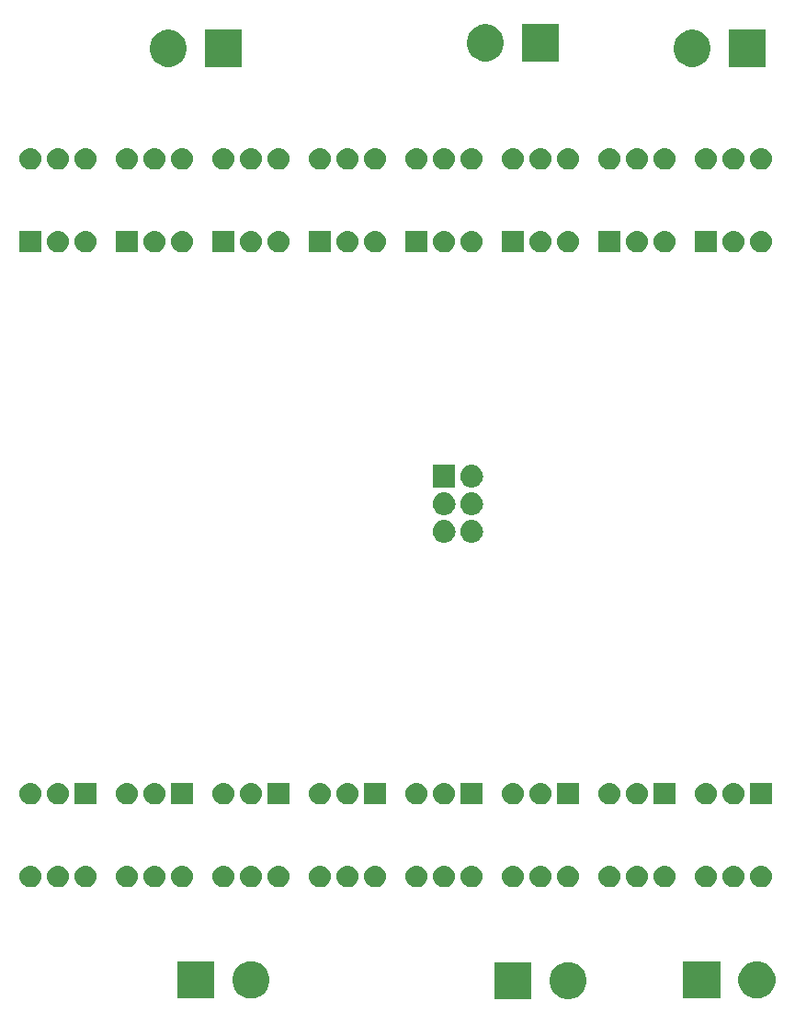
<source format=gbs>
G04 #@! TF.GenerationSoftware,KiCad,Pcbnew,5.0.2-bee76a0~70~ubuntu18.04.1*
G04 #@! TF.CreationDate,2018-12-21T13:31:27+01:00*
G04 #@! TF.ProjectId,8FilPilotes_Base,3846696c-5069-46c6-9f74-65735f426173,rev?*
G04 #@! TF.SameCoordinates,Original*
G04 #@! TF.FileFunction,Soldermask,Bot*
G04 #@! TF.FilePolarity,Negative*
%FSLAX46Y46*%
G04 Gerber Fmt 4.6, Leading zero omitted, Abs format (unit mm)*
G04 Created by KiCad (PCBNEW 5.0.2-bee76a0~70~ubuntu18.04.1) date ven. 21 déc. 2018 13:31:27 CET*
%MOMM*%
%LPD*%
G01*
G04 APERTURE LIST*
%ADD10C,0.100000*%
G04 APERTURE END LIST*
D10*
G36*
X181996393Y-137472053D02*
X182105872Y-137493830D01*
X182415252Y-137621979D01*
X182693687Y-137808023D01*
X182930477Y-138044813D01*
X183116521Y-138323248D01*
X183244670Y-138632628D01*
X183310000Y-138961065D01*
X183310000Y-139295935D01*
X183244670Y-139624372D01*
X183116521Y-139933752D01*
X182930477Y-140212187D01*
X182693687Y-140448977D01*
X182415252Y-140635021D01*
X182105872Y-140763170D01*
X181996393Y-140784947D01*
X181777437Y-140828500D01*
X181442563Y-140828500D01*
X181223607Y-140784947D01*
X181114128Y-140763170D01*
X180804748Y-140635021D01*
X180526313Y-140448977D01*
X180289523Y-140212187D01*
X180103479Y-139933752D01*
X179975330Y-139624372D01*
X179910000Y-139295935D01*
X179910000Y-138961065D01*
X179975330Y-138632628D01*
X180103479Y-138323248D01*
X180289523Y-138044813D01*
X180526313Y-137808023D01*
X180804748Y-137621979D01*
X181114128Y-137493830D01*
X181223607Y-137472053D01*
X181442563Y-137428500D01*
X181777437Y-137428500D01*
X181996393Y-137472053D01*
X181996393Y-137472053D01*
G37*
G36*
X178230000Y-140828500D02*
X174830000Y-140828500D01*
X174830000Y-137428500D01*
X178230000Y-137428500D01*
X178230000Y-140828500D01*
X178230000Y-140828500D01*
G37*
G36*
X195629000Y-140765000D02*
X192229000Y-140765000D01*
X192229000Y-137365000D01*
X195629000Y-137365000D01*
X195629000Y-140765000D01*
X195629000Y-140765000D01*
G37*
G36*
X152786393Y-137408553D02*
X152895872Y-137430330D01*
X153205252Y-137558479D01*
X153483687Y-137744523D01*
X153720477Y-137981313D01*
X153906521Y-138259748D01*
X154034670Y-138569128D01*
X154100000Y-138897565D01*
X154100000Y-139232435D01*
X154034670Y-139560872D01*
X153906521Y-139870252D01*
X153720477Y-140148687D01*
X153483687Y-140385477D01*
X153205252Y-140571521D01*
X152895872Y-140699670D01*
X152786393Y-140721447D01*
X152567437Y-140765000D01*
X152232563Y-140765000D01*
X152013607Y-140721447D01*
X151904128Y-140699670D01*
X151594748Y-140571521D01*
X151316313Y-140385477D01*
X151079523Y-140148687D01*
X150893479Y-139870252D01*
X150765330Y-139560872D01*
X150700000Y-139232435D01*
X150700000Y-138897565D01*
X150765330Y-138569128D01*
X150893479Y-138259748D01*
X151079523Y-137981313D01*
X151316313Y-137744523D01*
X151594748Y-137558479D01*
X151904128Y-137430330D01*
X152013607Y-137408553D01*
X152232563Y-137365000D01*
X152567437Y-137365000D01*
X152786393Y-137408553D01*
X152786393Y-137408553D01*
G37*
G36*
X149020000Y-140765000D02*
X145620000Y-140765000D01*
X145620000Y-137365000D01*
X149020000Y-137365000D01*
X149020000Y-140765000D01*
X149020000Y-140765000D01*
G37*
G36*
X199395393Y-137408553D02*
X199504872Y-137430330D01*
X199814252Y-137558479D01*
X200092687Y-137744523D01*
X200329477Y-137981313D01*
X200515521Y-138259748D01*
X200643670Y-138569128D01*
X200709000Y-138897565D01*
X200709000Y-139232435D01*
X200643670Y-139560872D01*
X200515521Y-139870252D01*
X200329477Y-140148687D01*
X200092687Y-140385477D01*
X199814252Y-140571521D01*
X199504872Y-140699670D01*
X199395393Y-140721447D01*
X199176437Y-140765000D01*
X198841563Y-140765000D01*
X198622607Y-140721447D01*
X198513128Y-140699670D01*
X198203748Y-140571521D01*
X197925313Y-140385477D01*
X197688523Y-140148687D01*
X197502479Y-139870252D01*
X197374330Y-139560872D01*
X197309000Y-139232435D01*
X197309000Y-138897565D01*
X197374330Y-138569128D01*
X197502479Y-138259748D01*
X197688523Y-137981313D01*
X197925313Y-137744523D01*
X198203748Y-137558479D01*
X198513128Y-137430330D01*
X198622607Y-137408553D01*
X198841563Y-137365000D01*
X199176437Y-137365000D01*
X199395393Y-137408553D01*
X199395393Y-137408553D01*
G37*
G36*
X141166030Y-128554469D02*
X141166033Y-128554470D01*
X141166034Y-128554470D01*
X141354535Y-128611651D01*
X141354537Y-128611652D01*
X141528260Y-128704509D01*
X141680528Y-128829472D01*
X141805491Y-128981740D01*
X141898348Y-129155463D01*
X141955531Y-129343970D01*
X141974838Y-129540000D01*
X141955531Y-129736030D01*
X141898348Y-129924537D01*
X141805491Y-130098260D01*
X141680528Y-130250528D01*
X141528260Y-130375491D01*
X141528258Y-130375492D01*
X141354535Y-130468349D01*
X141166034Y-130525530D01*
X141166033Y-130525530D01*
X141166030Y-130525531D01*
X141019124Y-130540000D01*
X140920876Y-130540000D01*
X140773970Y-130525531D01*
X140773967Y-130525530D01*
X140773966Y-130525530D01*
X140585465Y-130468349D01*
X140411742Y-130375492D01*
X140411740Y-130375491D01*
X140259472Y-130250528D01*
X140134509Y-130098260D01*
X140041652Y-129924537D01*
X139984469Y-129736030D01*
X139965162Y-129540000D01*
X139984469Y-129343970D01*
X140041652Y-129155463D01*
X140134509Y-128981740D01*
X140259472Y-128829472D01*
X140411740Y-128704509D01*
X140585463Y-128611652D01*
X140585465Y-128611651D01*
X140773966Y-128554470D01*
X140773967Y-128554470D01*
X140773970Y-128554469D01*
X140920876Y-128540000D01*
X141019124Y-128540000D01*
X141166030Y-128554469D01*
X141166030Y-128554469D01*
G37*
G36*
X143706030Y-128554469D02*
X143706033Y-128554470D01*
X143706034Y-128554470D01*
X143894535Y-128611651D01*
X143894537Y-128611652D01*
X144068260Y-128704509D01*
X144220528Y-128829472D01*
X144345491Y-128981740D01*
X144438348Y-129155463D01*
X144495531Y-129343970D01*
X144514838Y-129540000D01*
X144495531Y-129736030D01*
X144438348Y-129924537D01*
X144345491Y-130098260D01*
X144220528Y-130250528D01*
X144068260Y-130375491D01*
X144068258Y-130375492D01*
X143894535Y-130468349D01*
X143706034Y-130525530D01*
X143706033Y-130525530D01*
X143706030Y-130525531D01*
X143559124Y-130540000D01*
X143460876Y-130540000D01*
X143313970Y-130525531D01*
X143313967Y-130525530D01*
X143313966Y-130525530D01*
X143125465Y-130468349D01*
X142951742Y-130375492D01*
X142951740Y-130375491D01*
X142799472Y-130250528D01*
X142674509Y-130098260D01*
X142581652Y-129924537D01*
X142524469Y-129736030D01*
X142505162Y-129540000D01*
X142524469Y-129343970D01*
X142581652Y-129155463D01*
X142674509Y-128981740D01*
X142799472Y-128829472D01*
X142951740Y-128704509D01*
X143125463Y-128611652D01*
X143125465Y-128611651D01*
X143313966Y-128554470D01*
X143313967Y-128554470D01*
X143313970Y-128554469D01*
X143460876Y-128540000D01*
X143559124Y-128540000D01*
X143706030Y-128554469D01*
X143706030Y-128554469D01*
G37*
G36*
X146246030Y-128554469D02*
X146246033Y-128554470D01*
X146246034Y-128554470D01*
X146434535Y-128611651D01*
X146434537Y-128611652D01*
X146608260Y-128704509D01*
X146760528Y-128829472D01*
X146885491Y-128981740D01*
X146978348Y-129155463D01*
X147035531Y-129343970D01*
X147054838Y-129540000D01*
X147035531Y-129736030D01*
X146978348Y-129924537D01*
X146885491Y-130098260D01*
X146760528Y-130250528D01*
X146608260Y-130375491D01*
X146608258Y-130375492D01*
X146434535Y-130468349D01*
X146246034Y-130525530D01*
X146246033Y-130525530D01*
X146246030Y-130525531D01*
X146099124Y-130540000D01*
X146000876Y-130540000D01*
X145853970Y-130525531D01*
X145853967Y-130525530D01*
X145853966Y-130525530D01*
X145665465Y-130468349D01*
X145491742Y-130375492D01*
X145491740Y-130375491D01*
X145339472Y-130250528D01*
X145214509Y-130098260D01*
X145121652Y-129924537D01*
X145064469Y-129736030D01*
X145045162Y-129540000D01*
X145064469Y-129343970D01*
X145121652Y-129155463D01*
X145214509Y-128981740D01*
X145339472Y-128829472D01*
X145491740Y-128704509D01*
X145665463Y-128611652D01*
X145665465Y-128611651D01*
X145853966Y-128554470D01*
X145853967Y-128554470D01*
X145853970Y-128554469D01*
X146000876Y-128540000D01*
X146099124Y-128540000D01*
X146246030Y-128554469D01*
X146246030Y-128554469D01*
G37*
G36*
X137356030Y-128554469D02*
X137356033Y-128554470D01*
X137356034Y-128554470D01*
X137544535Y-128611651D01*
X137544537Y-128611652D01*
X137718260Y-128704509D01*
X137870528Y-128829472D01*
X137995491Y-128981740D01*
X138088348Y-129155463D01*
X138145531Y-129343970D01*
X138164838Y-129540000D01*
X138145531Y-129736030D01*
X138088348Y-129924537D01*
X137995491Y-130098260D01*
X137870528Y-130250528D01*
X137718260Y-130375491D01*
X137718258Y-130375492D01*
X137544535Y-130468349D01*
X137356034Y-130525530D01*
X137356033Y-130525530D01*
X137356030Y-130525531D01*
X137209124Y-130540000D01*
X137110876Y-130540000D01*
X136963970Y-130525531D01*
X136963967Y-130525530D01*
X136963966Y-130525530D01*
X136775465Y-130468349D01*
X136601742Y-130375492D01*
X136601740Y-130375491D01*
X136449472Y-130250528D01*
X136324509Y-130098260D01*
X136231652Y-129924537D01*
X136174469Y-129736030D01*
X136155162Y-129540000D01*
X136174469Y-129343970D01*
X136231652Y-129155463D01*
X136324509Y-128981740D01*
X136449472Y-128829472D01*
X136601740Y-128704509D01*
X136775463Y-128611652D01*
X136775465Y-128611651D01*
X136963966Y-128554470D01*
X136963967Y-128554470D01*
X136963970Y-128554469D01*
X137110876Y-128540000D01*
X137209124Y-128540000D01*
X137356030Y-128554469D01*
X137356030Y-128554469D01*
G37*
G36*
X134816030Y-128554469D02*
X134816033Y-128554470D01*
X134816034Y-128554470D01*
X135004535Y-128611651D01*
X135004537Y-128611652D01*
X135178260Y-128704509D01*
X135330528Y-128829472D01*
X135455491Y-128981740D01*
X135548348Y-129155463D01*
X135605531Y-129343970D01*
X135624838Y-129540000D01*
X135605531Y-129736030D01*
X135548348Y-129924537D01*
X135455491Y-130098260D01*
X135330528Y-130250528D01*
X135178260Y-130375491D01*
X135178258Y-130375492D01*
X135004535Y-130468349D01*
X134816034Y-130525530D01*
X134816033Y-130525530D01*
X134816030Y-130525531D01*
X134669124Y-130540000D01*
X134570876Y-130540000D01*
X134423970Y-130525531D01*
X134423967Y-130525530D01*
X134423966Y-130525530D01*
X134235465Y-130468349D01*
X134061742Y-130375492D01*
X134061740Y-130375491D01*
X133909472Y-130250528D01*
X133784509Y-130098260D01*
X133691652Y-129924537D01*
X133634469Y-129736030D01*
X133615162Y-129540000D01*
X133634469Y-129343970D01*
X133691652Y-129155463D01*
X133784509Y-128981740D01*
X133909472Y-128829472D01*
X134061740Y-128704509D01*
X134235463Y-128611652D01*
X134235465Y-128611651D01*
X134423966Y-128554470D01*
X134423967Y-128554470D01*
X134423970Y-128554469D01*
X134570876Y-128540000D01*
X134669124Y-128540000D01*
X134816030Y-128554469D01*
X134816030Y-128554469D01*
G37*
G36*
X132276030Y-128554469D02*
X132276033Y-128554470D01*
X132276034Y-128554470D01*
X132464535Y-128611651D01*
X132464537Y-128611652D01*
X132638260Y-128704509D01*
X132790528Y-128829472D01*
X132915491Y-128981740D01*
X133008348Y-129155463D01*
X133065531Y-129343970D01*
X133084838Y-129540000D01*
X133065531Y-129736030D01*
X133008348Y-129924537D01*
X132915491Y-130098260D01*
X132790528Y-130250528D01*
X132638260Y-130375491D01*
X132638258Y-130375492D01*
X132464535Y-130468349D01*
X132276034Y-130525530D01*
X132276033Y-130525530D01*
X132276030Y-130525531D01*
X132129124Y-130540000D01*
X132030876Y-130540000D01*
X131883970Y-130525531D01*
X131883967Y-130525530D01*
X131883966Y-130525530D01*
X131695465Y-130468349D01*
X131521742Y-130375492D01*
X131521740Y-130375491D01*
X131369472Y-130250528D01*
X131244509Y-130098260D01*
X131151652Y-129924537D01*
X131094469Y-129736030D01*
X131075162Y-129540000D01*
X131094469Y-129343970D01*
X131151652Y-129155463D01*
X131244509Y-128981740D01*
X131369472Y-128829472D01*
X131521740Y-128704509D01*
X131695463Y-128611652D01*
X131695465Y-128611651D01*
X131883966Y-128554470D01*
X131883967Y-128554470D01*
X131883970Y-128554469D01*
X132030876Y-128540000D01*
X132129124Y-128540000D01*
X132276030Y-128554469D01*
X132276030Y-128554469D01*
G37*
G36*
X190696030Y-128554469D02*
X190696033Y-128554470D01*
X190696034Y-128554470D01*
X190884535Y-128611651D01*
X190884537Y-128611652D01*
X191058260Y-128704509D01*
X191210528Y-128829472D01*
X191335491Y-128981740D01*
X191428348Y-129155463D01*
X191485531Y-129343970D01*
X191504838Y-129540000D01*
X191485531Y-129736030D01*
X191428348Y-129924537D01*
X191335491Y-130098260D01*
X191210528Y-130250528D01*
X191058260Y-130375491D01*
X191058258Y-130375492D01*
X190884535Y-130468349D01*
X190696034Y-130525530D01*
X190696033Y-130525530D01*
X190696030Y-130525531D01*
X190549124Y-130540000D01*
X190450876Y-130540000D01*
X190303970Y-130525531D01*
X190303967Y-130525530D01*
X190303966Y-130525530D01*
X190115465Y-130468349D01*
X189941742Y-130375492D01*
X189941740Y-130375491D01*
X189789472Y-130250528D01*
X189664509Y-130098260D01*
X189571652Y-129924537D01*
X189514469Y-129736030D01*
X189495162Y-129540000D01*
X189514469Y-129343970D01*
X189571652Y-129155463D01*
X189664509Y-128981740D01*
X189789472Y-128829472D01*
X189941740Y-128704509D01*
X190115463Y-128611652D01*
X190115465Y-128611651D01*
X190303966Y-128554470D01*
X190303967Y-128554470D01*
X190303970Y-128554469D01*
X190450876Y-128540000D01*
X190549124Y-128540000D01*
X190696030Y-128554469D01*
X190696030Y-128554469D01*
G37*
G36*
X188156030Y-128554469D02*
X188156033Y-128554470D01*
X188156034Y-128554470D01*
X188344535Y-128611651D01*
X188344537Y-128611652D01*
X188518260Y-128704509D01*
X188670528Y-128829472D01*
X188795491Y-128981740D01*
X188888348Y-129155463D01*
X188945531Y-129343970D01*
X188964838Y-129540000D01*
X188945531Y-129736030D01*
X188888348Y-129924537D01*
X188795491Y-130098260D01*
X188670528Y-130250528D01*
X188518260Y-130375491D01*
X188518258Y-130375492D01*
X188344535Y-130468349D01*
X188156034Y-130525530D01*
X188156033Y-130525530D01*
X188156030Y-130525531D01*
X188009124Y-130540000D01*
X187910876Y-130540000D01*
X187763970Y-130525531D01*
X187763967Y-130525530D01*
X187763966Y-130525530D01*
X187575465Y-130468349D01*
X187401742Y-130375492D01*
X187401740Y-130375491D01*
X187249472Y-130250528D01*
X187124509Y-130098260D01*
X187031652Y-129924537D01*
X186974469Y-129736030D01*
X186955162Y-129540000D01*
X186974469Y-129343970D01*
X187031652Y-129155463D01*
X187124509Y-128981740D01*
X187249472Y-128829472D01*
X187401740Y-128704509D01*
X187575463Y-128611652D01*
X187575465Y-128611651D01*
X187763966Y-128554470D01*
X187763967Y-128554470D01*
X187763970Y-128554469D01*
X187910876Y-128540000D01*
X188009124Y-128540000D01*
X188156030Y-128554469D01*
X188156030Y-128554469D01*
G37*
G36*
X185616030Y-128554469D02*
X185616033Y-128554470D01*
X185616034Y-128554470D01*
X185804535Y-128611651D01*
X185804537Y-128611652D01*
X185978260Y-128704509D01*
X186130528Y-128829472D01*
X186255491Y-128981740D01*
X186348348Y-129155463D01*
X186405531Y-129343970D01*
X186424838Y-129540000D01*
X186405531Y-129736030D01*
X186348348Y-129924537D01*
X186255491Y-130098260D01*
X186130528Y-130250528D01*
X185978260Y-130375491D01*
X185978258Y-130375492D01*
X185804535Y-130468349D01*
X185616034Y-130525530D01*
X185616033Y-130525530D01*
X185616030Y-130525531D01*
X185469124Y-130540000D01*
X185370876Y-130540000D01*
X185223970Y-130525531D01*
X185223967Y-130525530D01*
X185223966Y-130525530D01*
X185035465Y-130468349D01*
X184861742Y-130375492D01*
X184861740Y-130375491D01*
X184709472Y-130250528D01*
X184584509Y-130098260D01*
X184491652Y-129924537D01*
X184434469Y-129736030D01*
X184415162Y-129540000D01*
X184434469Y-129343970D01*
X184491652Y-129155463D01*
X184584509Y-128981740D01*
X184709472Y-128829472D01*
X184861740Y-128704509D01*
X185035463Y-128611652D01*
X185035465Y-128611651D01*
X185223966Y-128554470D01*
X185223967Y-128554470D01*
X185223970Y-128554469D01*
X185370876Y-128540000D01*
X185469124Y-128540000D01*
X185616030Y-128554469D01*
X185616030Y-128554469D01*
G37*
G36*
X181806030Y-128554469D02*
X181806033Y-128554470D01*
X181806034Y-128554470D01*
X181994535Y-128611651D01*
X181994537Y-128611652D01*
X182168260Y-128704509D01*
X182320528Y-128829472D01*
X182445491Y-128981740D01*
X182538348Y-129155463D01*
X182595531Y-129343970D01*
X182614838Y-129540000D01*
X182595531Y-129736030D01*
X182538348Y-129924537D01*
X182445491Y-130098260D01*
X182320528Y-130250528D01*
X182168260Y-130375491D01*
X182168258Y-130375492D01*
X181994535Y-130468349D01*
X181806034Y-130525530D01*
X181806033Y-130525530D01*
X181806030Y-130525531D01*
X181659124Y-130540000D01*
X181560876Y-130540000D01*
X181413970Y-130525531D01*
X181413967Y-130525530D01*
X181413966Y-130525530D01*
X181225465Y-130468349D01*
X181051742Y-130375492D01*
X181051740Y-130375491D01*
X180899472Y-130250528D01*
X180774509Y-130098260D01*
X180681652Y-129924537D01*
X180624469Y-129736030D01*
X180605162Y-129540000D01*
X180624469Y-129343970D01*
X180681652Y-129155463D01*
X180774509Y-128981740D01*
X180899472Y-128829472D01*
X181051740Y-128704509D01*
X181225463Y-128611652D01*
X181225465Y-128611651D01*
X181413966Y-128554470D01*
X181413967Y-128554470D01*
X181413970Y-128554469D01*
X181560876Y-128540000D01*
X181659124Y-128540000D01*
X181806030Y-128554469D01*
X181806030Y-128554469D01*
G37*
G36*
X155136030Y-128554469D02*
X155136033Y-128554470D01*
X155136034Y-128554470D01*
X155324535Y-128611651D01*
X155324537Y-128611652D01*
X155498260Y-128704509D01*
X155650528Y-128829472D01*
X155775491Y-128981740D01*
X155868348Y-129155463D01*
X155925531Y-129343970D01*
X155944838Y-129540000D01*
X155925531Y-129736030D01*
X155868348Y-129924537D01*
X155775491Y-130098260D01*
X155650528Y-130250528D01*
X155498260Y-130375491D01*
X155498258Y-130375492D01*
X155324535Y-130468349D01*
X155136034Y-130525530D01*
X155136033Y-130525530D01*
X155136030Y-130525531D01*
X154989124Y-130540000D01*
X154890876Y-130540000D01*
X154743970Y-130525531D01*
X154743967Y-130525530D01*
X154743966Y-130525530D01*
X154555465Y-130468349D01*
X154381742Y-130375492D01*
X154381740Y-130375491D01*
X154229472Y-130250528D01*
X154104509Y-130098260D01*
X154011652Y-129924537D01*
X153954469Y-129736030D01*
X153935162Y-129540000D01*
X153954469Y-129343970D01*
X154011652Y-129155463D01*
X154104509Y-128981740D01*
X154229472Y-128829472D01*
X154381740Y-128704509D01*
X154555463Y-128611652D01*
X154555465Y-128611651D01*
X154743966Y-128554470D01*
X154743967Y-128554470D01*
X154743970Y-128554469D01*
X154890876Y-128540000D01*
X154989124Y-128540000D01*
X155136030Y-128554469D01*
X155136030Y-128554469D01*
G37*
G36*
X199586030Y-128554469D02*
X199586033Y-128554470D01*
X199586034Y-128554470D01*
X199774535Y-128611651D01*
X199774537Y-128611652D01*
X199948260Y-128704509D01*
X200100528Y-128829472D01*
X200225491Y-128981740D01*
X200318348Y-129155463D01*
X200375531Y-129343970D01*
X200394838Y-129540000D01*
X200375531Y-129736030D01*
X200318348Y-129924537D01*
X200225491Y-130098260D01*
X200100528Y-130250528D01*
X199948260Y-130375491D01*
X199948258Y-130375492D01*
X199774535Y-130468349D01*
X199586034Y-130525530D01*
X199586033Y-130525530D01*
X199586030Y-130525531D01*
X199439124Y-130540000D01*
X199340876Y-130540000D01*
X199193970Y-130525531D01*
X199193967Y-130525530D01*
X199193966Y-130525530D01*
X199005465Y-130468349D01*
X198831742Y-130375492D01*
X198831740Y-130375491D01*
X198679472Y-130250528D01*
X198554509Y-130098260D01*
X198461652Y-129924537D01*
X198404469Y-129736030D01*
X198385162Y-129540000D01*
X198404469Y-129343970D01*
X198461652Y-129155463D01*
X198554509Y-128981740D01*
X198679472Y-128829472D01*
X198831740Y-128704509D01*
X199005463Y-128611652D01*
X199005465Y-128611651D01*
X199193966Y-128554470D01*
X199193967Y-128554470D01*
X199193970Y-128554469D01*
X199340876Y-128540000D01*
X199439124Y-128540000D01*
X199586030Y-128554469D01*
X199586030Y-128554469D01*
G37*
G36*
X152596030Y-128554469D02*
X152596033Y-128554470D01*
X152596034Y-128554470D01*
X152784535Y-128611651D01*
X152784537Y-128611652D01*
X152958260Y-128704509D01*
X153110528Y-128829472D01*
X153235491Y-128981740D01*
X153328348Y-129155463D01*
X153385531Y-129343970D01*
X153404838Y-129540000D01*
X153385531Y-129736030D01*
X153328348Y-129924537D01*
X153235491Y-130098260D01*
X153110528Y-130250528D01*
X152958260Y-130375491D01*
X152958258Y-130375492D01*
X152784535Y-130468349D01*
X152596034Y-130525530D01*
X152596033Y-130525530D01*
X152596030Y-130525531D01*
X152449124Y-130540000D01*
X152350876Y-130540000D01*
X152203970Y-130525531D01*
X152203967Y-130525530D01*
X152203966Y-130525530D01*
X152015465Y-130468349D01*
X151841742Y-130375492D01*
X151841740Y-130375491D01*
X151689472Y-130250528D01*
X151564509Y-130098260D01*
X151471652Y-129924537D01*
X151414469Y-129736030D01*
X151395162Y-129540000D01*
X151414469Y-129343970D01*
X151471652Y-129155463D01*
X151564509Y-128981740D01*
X151689472Y-128829472D01*
X151841740Y-128704509D01*
X152015463Y-128611652D01*
X152015465Y-128611651D01*
X152203966Y-128554470D01*
X152203967Y-128554470D01*
X152203970Y-128554469D01*
X152350876Y-128540000D01*
X152449124Y-128540000D01*
X152596030Y-128554469D01*
X152596030Y-128554469D01*
G37*
G36*
X194506030Y-128554469D02*
X194506033Y-128554470D01*
X194506034Y-128554470D01*
X194694535Y-128611651D01*
X194694537Y-128611652D01*
X194868260Y-128704509D01*
X195020528Y-128829472D01*
X195145491Y-128981740D01*
X195238348Y-129155463D01*
X195295531Y-129343970D01*
X195314838Y-129540000D01*
X195295531Y-129736030D01*
X195238348Y-129924537D01*
X195145491Y-130098260D01*
X195020528Y-130250528D01*
X194868260Y-130375491D01*
X194868258Y-130375492D01*
X194694535Y-130468349D01*
X194506034Y-130525530D01*
X194506033Y-130525530D01*
X194506030Y-130525531D01*
X194359124Y-130540000D01*
X194260876Y-130540000D01*
X194113970Y-130525531D01*
X194113967Y-130525530D01*
X194113966Y-130525530D01*
X193925465Y-130468349D01*
X193751742Y-130375492D01*
X193751740Y-130375491D01*
X193599472Y-130250528D01*
X193474509Y-130098260D01*
X193381652Y-129924537D01*
X193324469Y-129736030D01*
X193305162Y-129540000D01*
X193324469Y-129343970D01*
X193381652Y-129155463D01*
X193474509Y-128981740D01*
X193599472Y-128829472D01*
X193751740Y-128704509D01*
X193925463Y-128611652D01*
X193925465Y-128611651D01*
X194113966Y-128554470D01*
X194113967Y-128554470D01*
X194113970Y-128554469D01*
X194260876Y-128540000D01*
X194359124Y-128540000D01*
X194506030Y-128554469D01*
X194506030Y-128554469D01*
G37*
G36*
X179266030Y-128554469D02*
X179266033Y-128554470D01*
X179266034Y-128554470D01*
X179454535Y-128611651D01*
X179454537Y-128611652D01*
X179628260Y-128704509D01*
X179780528Y-128829472D01*
X179905491Y-128981740D01*
X179998348Y-129155463D01*
X180055531Y-129343970D01*
X180074838Y-129540000D01*
X180055531Y-129736030D01*
X179998348Y-129924537D01*
X179905491Y-130098260D01*
X179780528Y-130250528D01*
X179628260Y-130375491D01*
X179628258Y-130375492D01*
X179454535Y-130468349D01*
X179266034Y-130525530D01*
X179266033Y-130525530D01*
X179266030Y-130525531D01*
X179119124Y-130540000D01*
X179020876Y-130540000D01*
X178873970Y-130525531D01*
X178873967Y-130525530D01*
X178873966Y-130525530D01*
X178685465Y-130468349D01*
X178511742Y-130375492D01*
X178511740Y-130375491D01*
X178359472Y-130250528D01*
X178234509Y-130098260D01*
X178141652Y-129924537D01*
X178084469Y-129736030D01*
X178065162Y-129540000D01*
X178084469Y-129343970D01*
X178141652Y-129155463D01*
X178234509Y-128981740D01*
X178359472Y-128829472D01*
X178511740Y-128704509D01*
X178685463Y-128611652D01*
X178685465Y-128611651D01*
X178873966Y-128554470D01*
X178873967Y-128554470D01*
X178873970Y-128554469D01*
X179020876Y-128540000D01*
X179119124Y-128540000D01*
X179266030Y-128554469D01*
X179266030Y-128554469D01*
G37*
G36*
X197046030Y-128554469D02*
X197046033Y-128554470D01*
X197046034Y-128554470D01*
X197234535Y-128611651D01*
X197234537Y-128611652D01*
X197408260Y-128704509D01*
X197560528Y-128829472D01*
X197685491Y-128981740D01*
X197778348Y-129155463D01*
X197835531Y-129343970D01*
X197854838Y-129540000D01*
X197835531Y-129736030D01*
X197778348Y-129924537D01*
X197685491Y-130098260D01*
X197560528Y-130250528D01*
X197408260Y-130375491D01*
X197408258Y-130375492D01*
X197234535Y-130468349D01*
X197046034Y-130525530D01*
X197046033Y-130525530D01*
X197046030Y-130525531D01*
X196899124Y-130540000D01*
X196800876Y-130540000D01*
X196653970Y-130525531D01*
X196653967Y-130525530D01*
X196653966Y-130525530D01*
X196465465Y-130468349D01*
X196291742Y-130375492D01*
X196291740Y-130375491D01*
X196139472Y-130250528D01*
X196014509Y-130098260D01*
X195921652Y-129924537D01*
X195864469Y-129736030D01*
X195845162Y-129540000D01*
X195864469Y-129343970D01*
X195921652Y-129155463D01*
X196014509Y-128981740D01*
X196139472Y-128829472D01*
X196291740Y-128704509D01*
X196465463Y-128611652D01*
X196465465Y-128611651D01*
X196653966Y-128554470D01*
X196653967Y-128554470D01*
X196653970Y-128554469D01*
X196800876Y-128540000D01*
X196899124Y-128540000D01*
X197046030Y-128554469D01*
X197046030Y-128554469D01*
G37*
G36*
X176726030Y-128554469D02*
X176726033Y-128554470D01*
X176726034Y-128554470D01*
X176914535Y-128611651D01*
X176914537Y-128611652D01*
X177088260Y-128704509D01*
X177240528Y-128829472D01*
X177365491Y-128981740D01*
X177458348Y-129155463D01*
X177515531Y-129343970D01*
X177534838Y-129540000D01*
X177515531Y-129736030D01*
X177458348Y-129924537D01*
X177365491Y-130098260D01*
X177240528Y-130250528D01*
X177088260Y-130375491D01*
X177088258Y-130375492D01*
X176914535Y-130468349D01*
X176726034Y-130525530D01*
X176726033Y-130525530D01*
X176726030Y-130525531D01*
X176579124Y-130540000D01*
X176480876Y-130540000D01*
X176333970Y-130525531D01*
X176333967Y-130525530D01*
X176333966Y-130525530D01*
X176145465Y-130468349D01*
X175971742Y-130375492D01*
X175971740Y-130375491D01*
X175819472Y-130250528D01*
X175694509Y-130098260D01*
X175601652Y-129924537D01*
X175544469Y-129736030D01*
X175525162Y-129540000D01*
X175544469Y-129343970D01*
X175601652Y-129155463D01*
X175694509Y-128981740D01*
X175819472Y-128829472D01*
X175971740Y-128704509D01*
X176145463Y-128611652D01*
X176145465Y-128611651D01*
X176333966Y-128554470D01*
X176333967Y-128554470D01*
X176333970Y-128554469D01*
X176480876Y-128540000D01*
X176579124Y-128540000D01*
X176726030Y-128554469D01*
X176726030Y-128554469D01*
G37*
G36*
X167836030Y-128554469D02*
X167836033Y-128554470D01*
X167836034Y-128554470D01*
X168024535Y-128611651D01*
X168024537Y-128611652D01*
X168198260Y-128704509D01*
X168350528Y-128829472D01*
X168475491Y-128981740D01*
X168568348Y-129155463D01*
X168625531Y-129343970D01*
X168644838Y-129540000D01*
X168625531Y-129736030D01*
X168568348Y-129924537D01*
X168475491Y-130098260D01*
X168350528Y-130250528D01*
X168198260Y-130375491D01*
X168198258Y-130375492D01*
X168024535Y-130468349D01*
X167836034Y-130525530D01*
X167836033Y-130525530D01*
X167836030Y-130525531D01*
X167689124Y-130540000D01*
X167590876Y-130540000D01*
X167443970Y-130525531D01*
X167443967Y-130525530D01*
X167443966Y-130525530D01*
X167255465Y-130468349D01*
X167081742Y-130375492D01*
X167081740Y-130375491D01*
X166929472Y-130250528D01*
X166804509Y-130098260D01*
X166711652Y-129924537D01*
X166654469Y-129736030D01*
X166635162Y-129540000D01*
X166654469Y-129343970D01*
X166711652Y-129155463D01*
X166804509Y-128981740D01*
X166929472Y-128829472D01*
X167081740Y-128704509D01*
X167255463Y-128611652D01*
X167255465Y-128611651D01*
X167443966Y-128554470D01*
X167443967Y-128554470D01*
X167443970Y-128554469D01*
X167590876Y-128540000D01*
X167689124Y-128540000D01*
X167836030Y-128554469D01*
X167836030Y-128554469D01*
G37*
G36*
X170376030Y-128554469D02*
X170376033Y-128554470D01*
X170376034Y-128554470D01*
X170564535Y-128611651D01*
X170564537Y-128611652D01*
X170738260Y-128704509D01*
X170890528Y-128829472D01*
X171015491Y-128981740D01*
X171108348Y-129155463D01*
X171165531Y-129343970D01*
X171184838Y-129540000D01*
X171165531Y-129736030D01*
X171108348Y-129924537D01*
X171015491Y-130098260D01*
X170890528Y-130250528D01*
X170738260Y-130375491D01*
X170738258Y-130375492D01*
X170564535Y-130468349D01*
X170376034Y-130525530D01*
X170376033Y-130525530D01*
X170376030Y-130525531D01*
X170229124Y-130540000D01*
X170130876Y-130540000D01*
X169983970Y-130525531D01*
X169983967Y-130525530D01*
X169983966Y-130525530D01*
X169795465Y-130468349D01*
X169621742Y-130375492D01*
X169621740Y-130375491D01*
X169469472Y-130250528D01*
X169344509Y-130098260D01*
X169251652Y-129924537D01*
X169194469Y-129736030D01*
X169175162Y-129540000D01*
X169194469Y-129343970D01*
X169251652Y-129155463D01*
X169344509Y-128981740D01*
X169469472Y-128829472D01*
X169621740Y-128704509D01*
X169795463Y-128611652D01*
X169795465Y-128611651D01*
X169983966Y-128554470D01*
X169983967Y-128554470D01*
X169983970Y-128554469D01*
X170130876Y-128540000D01*
X170229124Y-128540000D01*
X170376030Y-128554469D01*
X170376030Y-128554469D01*
G37*
G36*
X172916030Y-128554469D02*
X172916033Y-128554470D01*
X172916034Y-128554470D01*
X173104535Y-128611651D01*
X173104537Y-128611652D01*
X173278260Y-128704509D01*
X173430528Y-128829472D01*
X173555491Y-128981740D01*
X173648348Y-129155463D01*
X173705531Y-129343970D01*
X173724838Y-129540000D01*
X173705531Y-129736030D01*
X173648348Y-129924537D01*
X173555491Y-130098260D01*
X173430528Y-130250528D01*
X173278260Y-130375491D01*
X173278258Y-130375492D01*
X173104535Y-130468349D01*
X172916034Y-130525530D01*
X172916033Y-130525530D01*
X172916030Y-130525531D01*
X172769124Y-130540000D01*
X172670876Y-130540000D01*
X172523970Y-130525531D01*
X172523967Y-130525530D01*
X172523966Y-130525530D01*
X172335465Y-130468349D01*
X172161742Y-130375492D01*
X172161740Y-130375491D01*
X172009472Y-130250528D01*
X171884509Y-130098260D01*
X171791652Y-129924537D01*
X171734469Y-129736030D01*
X171715162Y-129540000D01*
X171734469Y-129343970D01*
X171791652Y-129155463D01*
X171884509Y-128981740D01*
X172009472Y-128829472D01*
X172161740Y-128704509D01*
X172335463Y-128611652D01*
X172335465Y-128611651D01*
X172523966Y-128554470D01*
X172523967Y-128554470D01*
X172523970Y-128554469D01*
X172670876Y-128540000D01*
X172769124Y-128540000D01*
X172916030Y-128554469D01*
X172916030Y-128554469D01*
G37*
G36*
X164026030Y-128554469D02*
X164026033Y-128554470D01*
X164026034Y-128554470D01*
X164214535Y-128611651D01*
X164214537Y-128611652D01*
X164388260Y-128704509D01*
X164540528Y-128829472D01*
X164665491Y-128981740D01*
X164758348Y-129155463D01*
X164815531Y-129343970D01*
X164834838Y-129540000D01*
X164815531Y-129736030D01*
X164758348Y-129924537D01*
X164665491Y-130098260D01*
X164540528Y-130250528D01*
X164388260Y-130375491D01*
X164388258Y-130375492D01*
X164214535Y-130468349D01*
X164026034Y-130525530D01*
X164026033Y-130525530D01*
X164026030Y-130525531D01*
X163879124Y-130540000D01*
X163780876Y-130540000D01*
X163633970Y-130525531D01*
X163633967Y-130525530D01*
X163633966Y-130525530D01*
X163445465Y-130468349D01*
X163271742Y-130375492D01*
X163271740Y-130375491D01*
X163119472Y-130250528D01*
X162994509Y-130098260D01*
X162901652Y-129924537D01*
X162844469Y-129736030D01*
X162825162Y-129540000D01*
X162844469Y-129343970D01*
X162901652Y-129155463D01*
X162994509Y-128981740D01*
X163119472Y-128829472D01*
X163271740Y-128704509D01*
X163445463Y-128611652D01*
X163445465Y-128611651D01*
X163633966Y-128554470D01*
X163633967Y-128554470D01*
X163633970Y-128554469D01*
X163780876Y-128540000D01*
X163879124Y-128540000D01*
X164026030Y-128554469D01*
X164026030Y-128554469D01*
G37*
G36*
X161486030Y-128554469D02*
X161486033Y-128554470D01*
X161486034Y-128554470D01*
X161674535Y-128611651D01*
X161674537Y-128611652D01*
X161848260Y-128704509D01*
X162000528Y-128829472D01*
X162125491Y-128981740D01*
X162218348Y-129155463D01*
X162275531Y-129343970D01*
X162294838Y-129540000D01*
X162275531Y-129736030D01*
X162218348Y-129924537D01*
X162125491Y-130098260D01*
X162000528Y-130250528D01*
X161848260Y-130375491D01*
X161848258Y-130375492D01*
X161674535Y-130468349D01*
X161486034Y-130525530D01*
X161486033Y-130525530D01*
X161486030Y-130525531D01*
X161339124Y-130540000D01*
X161240876Y-130540000D01*
X161093970Y-130525531D01*
X161093967Y-130525530D01*
X161093966Y-130525530D01*
X160905465Y-130468349D01*
X160731742Y-130375492D01*
X160731740Y-130375491D01*
X160579472Y-130250528D01*
X160454509Y-130098260D01*
X160361652Y-129924537D01*
X160304469Y-129736030D01*
X160285162Y-129540000D01*
X160304469Y-129343970D01*
X160361652Y-129155463D01*
X160454509Y-128981740D01*
X160579472Y-128829472D01*
X160731740Y-128704509D01*
X160905463Y-128611652D01*
X160905465Y-128611651D01*
X161093966Y-128554470D01*
X161093967Y-128554470D01*
X161093970Y-128554469D01*
X161240876Y-128540000D01*
X161339124Y-128540000D01*
X161486030Y-128554469D01*
X161486030Y-128554469D01*
G37*
G36*
X158946030Y-128554469D02*
X158946033Y-128554470D01*
X158946034Y-128554470D01*
X159134535Y-128611651D01*
X159134537Y-128611652D01*
X159308260Y-128704509D01*
X159460528Y-128829472D01*
X159585491Y-128981740D01*
X159678348Y-129155463D01*
X159735531Y-129343970D01*
X159754838Y-129540000D01*
X159735531Y-129736030D01*
X159678348Y-129924537D01*
X159585491Y-130098260D01*
X159460528Y-130250528D01*
X159308260Y-130375491D01*
X159308258Y-130375492D01*
X159134535Y-130468349D01*
X158946034Y-130525530D01*
X158946033Y-130525530D01*
X158946030Y-130525531D01*
X158799124Y-130540000D01*
X158700876Y-130540000D01*
X158553970Y-130525531D01*
X158553967Y-130525530D01*
X158553966Y-130525530D01*
X158365465Y-130468349D01*
X158191742Y-130375492D01*
X158191740Y-130375491D01*
X158039472Y-130250528D01*
X157914509Y-130098260D01*
X157821652Y-129924537D01*
X157764469Y-129736030D01*
X157745162Y-129540000D01*
X157764469Y-129343970D01*
X157821652Y-129155463D01*
X157914509Y-128981740D01*
X158039472Y-128829472D01*
X158191740Y-128704509D01*
X158365463Y-128611652D01*
X158365465Y-128611651D01*
X158553966Y-128554470D01*
X158553967Y-128554470D01*
X158553970Y-128554469D01*
X158700876Y-128540000D01*
X158799124Y-128540000D01*
X158946030Y-128554469D01*
X158946030Y-128554469D01*
G37*
G36*
X150056030Y-128554469D02*
X150056033Y-128554470D01*
X150056034Y-128554470D01*
X150244535Y-128611651D01*
X150244537Y-128611652D01*
X150418260Y-128704509D01*
X150570528Y-128829472D01*
X150695491Y-128981740D01*
X150788348Y-129155463D01*
X150845531Y-129343970D01*
X150864838Y-129540000D01*
X150845531Y-129736030D01*
X150788348Y-129924537D01*
X150695491Y-130098260D01*
X150570528Y-130250528D01*
X150418260Y-130375491D01*
X150418258Y-130375492D01*
X150244535Y-130468349D01*
X150056034Y-130525530D01*
X150056033Y-130525530D01*
X150056030Y-130525531D01*
X149909124Y-130540000D01*
X149810876Y-130540000D01*
X149663970Y-130525531D01*
X149663967Y-130525530D01*
X149663966Y-130525530D01*
X149475465Y-130468349D01*
X149301742Y-130375492D01*
X149301740Y-130375491D01*
X149149472Y-130250528D01*
X149024509Y-130098260D01*
X148931652Y-129924537D01*
X148874469Y-129736030D01*
X148855162Y-129540000D01*
X148874469Y-129343970D01*
X148931652Y-129155463D01*
X149024509Y-128981740D01*
X149149472Y-128829472D01*
X149301740Y-128704509D01*
X149475463Y-128611652D01*
X149475465Y-128611651D01*
X149663966Y-128554470D01*
X149663967Y-128554470D01*
X149663970Y-128554469D01*
X149810876Y-128540000D01*
X149909124Y-128540000D01*
X150056030Y-128554469D01*
X150056030Y-128554469D01*
G37*
G36*
X191500000Y-122920000D02*
X189500000Y-122920000D01*
X189500000Y-120920000D01*
X191500000Y-120920000D01*
X191500000Y-122920000D01*
X191500000Y-122920000D01*
G37*
G36*
X179266030Y-120934469D02*
X179266033Y-120934470D01*
X179266034Y-120934470D01*
X179454535Y-120991651D01*
X179454537Y-120991652D01*
X179628260Y-121084509D01*
X179780528Y-121209472D01*
X179905491Y-121361740D01*
X179998348Y-121535463D01*
X180055531Y-121723970D01*
X180074838Y-121920000D01*
X180055531Y-122116030D01*
X179998348Y-122304537D01*
X179905491Y-122478260D01*
X179780528Y-122630528D01*
X179628260Y-122755491D01*
X179628258Y-122755492D01*
X179454535Y-122848349D01*
X179266034Y-122905530D01*
X179266033Y-122905530D01*
X179266030Y-122905531D01*
X179119124Y-122920000D01*
X179020876Y-122920000D01*
X178873970Y-122905531D01*
X178873967Y-122905530D01*
X178873966Y-122905530D01*
X178685465Y-122848349D01*
X178511742Y-122755492D01*
X178511740Y-122755491D01*
X178359472Y-122630528D01*
X178234509Y-122478260D01*
X178141652Y-122304537D01*
X178084469Y-122116030D01*
X178065162Y-121920000D01*
X178084469Y-121723970D01*
X178141652Y-121535463D01*
X178234509Y-121361740D01*
X178359472Y-121209472D01*
X178511740Y-121084509D01*
X178685463Y-120991652D01*
X178685465Y-120991651D01*
X178873966Y-120934470D01*
X178873967Y-120934470D01*
X178873970Y-120934469D01*
X179020876Y-120920000D01*
X179119124Y-120920000D01*
X179266030Y-120934469D01*
X179266030Y-120934469D01*
G37*
G36*
X176726030Y-120934469D02*
X176726033Y-120934470D01*
X176726034Y-120934470D01*
X176914535Y-120991651D01*
X176914537Y-120991652D01*
X177088260Y-121084509D01*
X177240528Y-121209472D01*
X177365491Y-121361740D01*
X177458348Y-121535463D01*
X177515531Y-121723970D01*
X177534838Y-121920000D01*
X177515531Y-122116030D01*
X177458348Y-122304537D01*
X177365491Y-122478260D01*
X177240528Y-122630528D01*
X177088260Y-122755491D01*
X177088258Y-122755492D01*
X176914535Y-122848349D01*
X176726034Y-122905530D01*
X176726033Y-122905530D01*
X176726030Y-122905531D01*
X176579124Y-122920000D01*
X176480876Y-122920000D01*
X176333970Y-122905531D01*
X176333967Y-122905530D01*
X176333966Y-122905530D01*
X176145465Y-122848349D01*
X175971742Y-122755492D01*
X175971740Y-122755491D01*
X175819472Y-122630528D01*
X175694509Y-122478260D01*
X175601652Y-122304537D01*
X175544469Y-122116030D01*
X175525162Y-121920000D01*
X175544469Y-121723970D01*
X175601652Y-121535463D01*
X175694509Y-121361740D01*
X175819472Y-121209472D01*
X175971740Y-121084509D01*
X176145463Y-120991652D01*
X176145465Y-120991651D01*
X176333966Y-120934470D01*
X176333967Y-120934470D01*
X176333970Y-120934469D01*
X176480876Y-120920000D01*
X176579124Y-120920000D01*
X176726030Y-120934469D01*
X176726030Y-120934469D01*
G37*
G36*
X143706030Y-120934469D02*
X143706033Y-120934470D01*
X143706034Y-120934470D01*
X143894535Y-120991651D01*
X143894537Y-120991652D01*
X144068260Y-121084509D01*
X144220528Y-121209472D01*
X144345491Y-121361740D01*
X144438348Y-121535463D01*
X144495531Y-121723970D01*
X144514838Y-121920000D01*
X144495531Y-122116030D01*
X144438348Y-122304537D01*
X144345491Y-122478260D01*
X144220528Y-122630528D01*
X144068260Y-122755491D01*
X144068258Y-122755492D01*
X143894535Y-122848349D01*
X143706034Y-122905530D01*
X143706033Y-122905530D01*
X143706030Y-122905531D01*
X143559124Y-122920000D01*
X143460876Y-122920000D01*
X143313970Y-122905531D01*
X143313967Y-122905530D01*
X143313966Y-122905530D01*
X143125465Y-122848349D01*
X142951742Y-122755492D01*
X142951740Y-122755491D01*
X142799472Y-122630528D01*
X142674509Y-122478260D01*
X142581652Y-122304537D01*
X142524469Y-122116030D01*
X142505162Y-121920000D01*
X142524469Y-121723970D01*
X142581652Y-121535463D01*
X142674509Y-121361740D01*
X142799472Y-121209472D01*
X142951740Y-121084509D01*
X143125463Y-120991652D01*
X143125465Y-120991651D01*
X143313966Y-120934470D01*
X143313967Y-120934470D01*
X143313970Y-120934469D01*
X143460876Y-120920000D01*
X143559124Y-120920000D01*
X143706030Y-120934469D01*
X143706030Y-120934469D01*
G37*
G36*
X150056030Y-120934469D02*
X150056033Y-120934470D01*
X150056034Y-120934470D01*
X150244535Y-120991651D01*
X150244537Y-120991652D01*
X150418260Y-121084509D01*
X150570528Y-121209472D01*
X150695491Y-121361740D01*
X150788348Y-121535463D01*
X150845531Y-121723970D01*
X150864838Y-121920000D01*
X150845531Y-122116030D01*
X150788348Y-122304537D01*
X150695491Y-122478260D01*
X150570528Y-122630528D01*
X150418260Y-122755491D01*
X150418258Y-122755492D01*
X150244535Y-122848349D01*
X150056034Y-122905530D01*
X150056033Y-122905530D01*
X150056030Y-122905531D01*
X149909124Y-122920000D01*
X149810876Y-122920000D01*
X149663970Y-122905531D01*
X149663967Y-122905530D01*
X149663966Y-122905530D01*
X149475465Y-122848349D01*
X149301742Y-122755492D01*
X149301740Y-122755491D01*
X149149472Y-122630528D01*
X149024509Y-122478260D01*
X148931652Y-122304537D01*
X148874469Y-122116030D01*
X148855162Y-121920000D01*
X148874469Y-121723970D01*
X148931652Y-121535463D01*
X149024509Y-121361740D01*
X149149472Y-121209472D01*
X149301740Y-121084509D01*
X149475463Y-120991652D01*
X149475465Y-120991651D01*
X149663966Y-120934470D01*
X149663967Y-120934470D01*
X149663970Y-120934469D01*
X149810876Y-120920000D01*
X149909124Y-120920000D01*
X150056030Y-120934469D01*
X150056030Y-120934469D01*
G37*
G36*
X134816030Y-120934469D02*
X134816033Y-120934470D01*
X134816034Y-120934470D01*
X135004535Y-120991651D01*
X135004537Y-120991652D01*
X135178260Y-121084509D01*
X135330528Y-121209472D01*
X135455491Y-121361740D01*
X135548348Y-121535463D01*
X135605531Y-121723970D01*
X135624838Y-121920000D01*
X135605531Y-122116030D01*
X135548348Y-122304537D01*
X135455491Y-122478260D01*
X135330528Y-122630528D01*
X135178260Y-122755491D01*
X135178258Y-122755492D01*
X135004535Y-122848349D01*
X134816034Y-122905530D01*
X134816033Y-122905530D01*
X134816030Y-122905531D01*
X134669124Y-122920000D01*
X134570876Y-122920000D01*
X134423970Y-122905531D01*
X134423967Y-122905530D01*
X134423966Y-122905530D01*
X134235465Y-122848349D01*
X134061742Y-122755492D01*
X134061740Y-122755491D01*
X133909472Y-122630528D01*
X133784509Y-122478260D01*
X133691652Y-122304537D01*
X133634469Y-122116030D01*
X133615162Y-121920000D01*
X133634469Y-121723970D01*
X133691652Y-121535463D01*
X133784509Y-121361740D01*
X133909472Y-121209472D01*
X134061740Y-121084509D01*
X134235463Y-120991652D01*
X134235465Y-120991651D01*
X134423966Y-120934470D01*
X134423967Y-120934470D01*
X134423970Y-120934469D01*
X134570876Y-120920000D01*
X134669124Y-120920000D01*
X134816030Y-120934469D01*
X134816030Y-120934469D01*
G37*
G36*
X132276030Y-120934469D02*
X132276033Y-120934470D01*
X132276034Y-120934470D01*
X132464535Y-120991651D01*
X132464537Y-120991652D01*
X132638260Y-121084509D01*
X132790528Y-121209472D01*
X132915491Y-121361740D01*
X133008348Y-121535463D01*
X133065531Y-121723970D01*
X133084838Y-121920000D01*
X133065531Y-122116030D01*
X133008348Y-122304537D01*
X132915491Y-122478260D01*
X132790528Y-122630528D01*
X132638260Y-122755491D01*
X132638258Y-122755492D01*
X132464535Y-122848349D01*
X132276034Y-122905530D01*
X132276033Y-122905530D01*
X132276030Y-122905531D01*
X132129124Y-122920000D01*
X132030876Y-122920000D01*
X131883970Y-122905531D01*
X131883967Y-122905530D01*
X131883966Y-122905530D01*
X131695465Y-122848349D01*
X131521742Y-122755492D01*
X131521740Y-122755491D01*
X131369472Y-122630528D01*
X131244509Y-122478260D01*
X131151652Y-122304537D01*
X131094469Y-122116030D01*
X131075162Y-121920000D01*
X131094469Y-121723970D01*
X131151652Y-121535463D01*
X131244509Y-121361740D01*
X131369472Y-121209472D01*
X131521740Y-121084509D01*
X131695463Y-120991652D01*
X131695465Y-120991651D01*
X131883966Y-120934470D01*
X131883967Y-120934470D01*
X131883970Y-120934469D01*
X132030876Y-120920000D01*
X132129124Y-120920000D01*
X132276030Y-120934469D01*
X132276030Y-120934469D01*
G37*
G36*
X138160000Y-122920000D02*
X136160000Y-122920000D01*
X136160000Y-120920000D01*
X138160000Y-120920000D01*
X138160000Y-122920000D01*
X138160000Y-122920000D01*
G37*
G36*
X141166030Y-120934469D02*
X141166033Y-120934470D01*
X141166034Y-120934470D01*
X141354535Y-120991651D01*
X141354537Y-120991652D01*
X141528260Y-121084509D01*
X141680528Y-121209472D01*
X141805491Y-121361740D01*
X141898348Y-121535463D01*
X141955531Y-121723970D01*
X141974838Y-121920000D01*
X141955531Y-122116030D01*
X141898348Y-122304537D01*
X141805491Y-122478260D01*
X141680528Y-122630528D01*
X141528260Y-122755491D01*
X141528258Y-122755492D01*
X141354535Y-122848349D01*
X141166034Y-122905530D01*
X141166033Y-122905530D01*
X141166030Y-122905531D01*
X141019124Y-122920000D01*
X140920876Y-122920000D01*
X140773970Y-122905531D01*
X140773967Y-122905530D01*
X140773966Y-122905530D01*
X140585465Y-122848349D01*
X140411742Y-122755492D01*
X140411740Y-122755491D01*
X140259472Y-122630528D01*
X140134509Y-122478260D01*
X140041652Y-122304537D01*
X139984469Y-122116030D01*
X139965162Y-121920000D01*
X139984469Y-121723970D01*
X140041652Y-121535463D01*
X140134509Y-121361740D01*
X140259472Y-121209472D01*
X140411740Y-121084509D01*
X140585463Y-120991652D01*
X140585465Y-120991651D01*
X140773966Y-120934470D01*
X140773967Y-120934470D01*
X140773970Y-120934469D01*
X140920876Y-120920000D01*
X141019124Y-120920000D01*
X141166030Y-120934469D01*
X141166030Y-120934469D01*
G37*
G36*
X170376030Y-120934469D02*
X170376033Y-120934470D01*
X170376034Y-120934470D01*
X170564535Y-120991651D01*
X170564537Y-120991652D01*
X170738260Y-121084509D01*
X170890528Y-121209472D01*
X171015491Y-121361740D01*
X171108348Y-121535463D01*
X171165531Y-121723970D01*
X171184838Y-121920000D01*
X171165531Y-122116030D01*
X171108348Y-122304537D01*
X171015491Y-122478260D01*
X170890528Y-122630528D01*
X170738260Y-122755491D01*
X170738258Y-122755492D01*
X170564535Y-122848349D01*
X170376034Y-122905530D01*
X170376033Y-122905530D01*
X170376030Y-122905531D01*
X170229124Y-122920000D01*
X170130876Y-122920000D01*
X169983970Y-122905531D01*
X169983967Y-122905530D01*
X169983966Y-122905530D01*
X169795465Y-122848349D01*
X169621742Y-122755492D01*
X169621740Y-122755491D01*
X169469472Y-122630528D01*
X169344509Y-122478260D01*
X169251652Y-122304537D01*
X169194469Y-122116030D01*
X169175162Y-121920000D01*
X169194469Y-121723970D01*
X169251652Y-121535463D01*
X169344509Y-121361740D01*
X169469472Y-121209472D01*
X169621740Y-121084509D01*
X169795463Y-120991652D01*
X169795465Y-120991651D01*
X169983966Y-120934470D01*
X169983967Y-120934470D01*
X169983970Y-120934469D01*
X170130876Y-120920000D01*
X170229124Y-120920000D01*
X170376030Y-120934469D01*
X170376030Y-120934469D01*
G37*
G36*
X147050000Y-122920000D02*
X145050000Y-122920000D01*
X145050000Y-120920000D01*
X147050000Y-120920000D01*
X147050000Y-122920000D01*
X147050000Y-122920000D01*
G37*
G36*
X173720000Y-122920000D02*
X171720000Y-122920000D01*
X171720000Y-120920000D01*
X173720000Y-120920000D01*
X173720000Y-122920000D01*
X173720000Y-122920000D01*
G37*
G36*
X185616030Y-120934469D02*
X185616033Y-120934470D01*
X185616034Y-120934470D01*
X185804535Y-120991651D01*
X185804537Y-120991652D01*
X185978260Y-121084509D01*
X186130528Y-121209472D01*
X186255491Y-121361740D01*
X186348348Y-121535463D01*
X186405531Y-121723970D01*
X186424838Y-121920000D01*
X186405531Y-122116030D01*
X186348348Y-122304537D01*
X186255491Y-122478260D01*
X186130528Y-122630528D01*
X185978260Y-122755491D01*
X185978258Y-122755492D01*
X185804535Y-122848349D01*
X185616034Y-122905530D01*
X185616033Y-122905530D01*
X185616030Y-122905531D01*
X185469124Y-122920000D01*
X185370876Y-122920000D01*
X185223970Y-122905531D01*
X185223967Y-122905530D01*
X185223966Y-122905530D01*
X185035465Y-122848349D01*
X184861742Y-122755492D01*
X184861740Y-122755491D01*
X184709472Y-122630528D01*
X184584509Y-122478260D01*
X184491652Y-122304537D01*
X184434469Y-122116030D01*
X184415162Y-121920000D01*
X184434469Y-121723970D01*
X184491652Y-121535463D01*
X184584509Y-121361740D01*
X184709472Y-121209472D01*
X184861740Y-121084509D01*
X185035463Y-120991652D01*
X185035465Y-120991651D01*
X185223966Y-120934470D01*
X185223967Y-120934470D01*
X185223970Y-120934469D01*
X185370876Y-120920000D01*
X185469124Y-120920000D01*
X185616030Y-120934469D01*
X185616030Y-120934469D01*
G37*
G36*
X152596030Y-120934469D02*
X152596033Y-120934470D01*
X152596034Y-120934470D01*
X152784535Y-120991651D01*
X152784537Y-120991652D01*
X152958260Y-121084509D01*
X153110528Y-121209472D01*
X153235491Y-121361740D01*
X153328348Y-121535463D01*
X153385531Y-121723970D01*
X153404838Y-121920000D01*
X153385531Y-122116030D01*
X153328348Y-122304537D01*
X153235491Y-122478260D01*
X153110528Y-122630528D01*
X152958260Y-122755491D01*
X152958258Y-122755492D01*
X152784535Y-122848349D01*
X152596034Y-122905530D01*
X152596033Y-122905530D01*
X152596030Y-122905531D01*
X152449124Y-122920000D01*
X152350876Y-122920000D01*
X152203970Y-122905531D01*
X152203967Y-122905530D01*
X152203966Y-122905530D01*
X152015465Y-122848349D01*
X151841742Y-122755492D01*
X151841740Y-122755491D01*
X151689472Y-122630528D01*
X151564509Y-122478260D01*
X151471652Y-122304537D01*
X151414469Y-122116030D01*
X151395162Y-121920000D01*
X151414469Y-121723970D01*
X151471652Y-121535463D01*
X151564509Y-121361740D01*
X151689472Y-121209472D01*
X151841740Y-121084509D01*
X152015463Y-120991652D01*
X152015465Y-120991651D01*
X152203966Y-120934470D01*
X152203967Y-120934470D01*
X152203970Y-120934469D01*
X152350876Y-120920000D01*
X152449124Y-120920000D01*
X152596030Y-120934469D01*
X152596030Y-120934469D01*
G37*
G36*
X188156030Y-120934469D02*
X188156033Y-120934470D01*
X188156034Y-120934470D01*
X188344535Y-120991651D01*
X188344537Y-120991652D01*
X188518260Y-121084509D01*
X188670528Y-121209472D01*
X188795491Y-121361740D01*
X188888348Y-121535463D01*
X188945531Y-121723970D01*
X188964838Y-121920000D01*
X188945531Y-122116030D01*
X188888348Y-122304537D01*
X188795491Y-122478260D01*
X188670528Y-122630528D01*
X188518260Y-122755491D01*
X188518258Y-122755492D01*
X188344535Y-122848349D01*
X188156034Y-122905530D01*
X188156033Y-122905530D01*
X188156030Y-122905531D01*
X188009124Y-122920000D01*
X187910876Y-122920000D01*
X187763970Y-122905531D01*
X187763967Y-122905530D01*
X187763966Y-122905530D01*
X187575465Y-122848349D01*
X187401742Y-122755492D01*
X187401740Y-122755491D01*
X187249472Y-122630528D01*
X187124509Y-122478260D01*
X187031652Y-122304537D01*
X186974469Y-122116030D01*
X186955162Y-121920000D01*
X186974469Y-121723970D01*
X187031652Y-121535463D01*
X187124509Y-121361740D01*
X187249472Y-121209472D01*
X187401740Y-121084509D01*
X187575463Y-120991652D01*
X187575465Y-120991651D01*
X187763966Y-120934470D01*
X187763967Y-120934470D01*
X187763970Y-120934469D01*
X187910876Y-120920000D01*
X188009124Y-120920000D01*
X188156030Y-120934469D01*
X188156030Y-120934469D01*
G37*
G36*
X155940000Y-122920000D02*
X153940000Y-122920000D01*
X153940000Y-120920000D01*
X155940000Y-120920000D01*
X155940000Y-122920000D01*
X155940000Y-122920000D01*
G37*
G36*
X182610000Y-122920000D02*
X180610000Y-122920000D01*
X180610000Y-120920000D01*
X182610000Y-120920000D01*
X182610000Y-122920000D01*
X182610000Y-122920000D01*
G37*
G36*
X161486030Y-120934469D02*
X161486033Y-120934470D01*
X161486034Y-120934470D01*
X161674535Y-120991651D01*
X161674537Y-120991652D01*
X161848260Y-121084509D01*
X162000528Y-121209472D01*
X162125491Y-121361740D01*
X162218348Y-121535463D01*
X162275531Y-121723970D01*
X162294838Y-121920000D01*
X162275531Y-122116030D01*
X162218348Y-122304537D01*
X162125491Y-122478260D01*
X162000528Y-122630528D01*
X161848260Y-122755491D01*
X161848258Y-122755492D01*
X161674535Y-122848349D01*
X161486034Y-122905530D01*
X161486033Y-122905530D01*
X161486030Y-122905531D01*
X161339124Y-122920000D01*
X161240876Y-122920000D01*
X161093970Y-122905531D01*
X161093967Y-122905530D01*
X161093966Y-122905530D01*
X160905465Y-122848349D01*
X160731742Y-122755492D01*
X160731740Y-122755491D01*
X160579472Y-122630528D01*
X160454509Y-122478260D01*
X160361652Y-122304537D01*
X160304469Y-122116030D01*
X160285162Y-121920000D01*
X160304469Y-121723970D01*
X160361652Y-121535463D01*
X160454509Y-121361740D01*
X160579472Y-121209472D01*
X160731740Y-121084509D01*
X160905463Y-120991652D01*
X160905465Y-120991651D01*
X161093966Y-120934470D01*
X161093967Y-120934470D01*
X161093970Y-120934469D01*
X161240876Y-120920000D01*
X161339124Y-120920000D01*
X161486030Y-120934469D01*
X161486030Y-120934469D01*
G37*
G36*
X194506030Y-120934469D02*
X194506033Y-120934470D01*
X194506034Y-120934470D01*
X194694535Y-120991651D01*
X194694537Y-120991652D01*
X194868260Y-121084509D01*
X195020528Y-121209472D01*
X195145491Y-121361740D01*
X195238348Y-121535463D01*
X195295531Y-121723970D01*
X195314838Y-121920000D01*
X195295531Y-122116030D01*
X195238348Y-122304537D01*
X195145491Y-122478260D01*
X195020528Y-122630528D01*
X194868260Y-122755491D01*
X194868258Y-122755492D01*
X194694535Y-122848349D01*
X194506034Y-122905530D01*
X194506033Y-122905530D01*
X194506030Y-122905531D01*
X194359124Y-122920000D01*
X194260876Y-122920000D01*
X194113970Y-122905531D01*
X194113967Y-122905530D01*
X194113966Y-122905530D01*
X193925465Y-122848349D01*
X193751742Y-122755492D01*
X193751740Y-122755491D01*
X193599472Y-122630528D01*
X193474509Y-122478260D01*
X193381652Y-122304537D01*
X193324469Y-122116030D01*
X193305162Y-121920000D01*
X193324469Y-121723970D01*
X193381652Y-121535463D01*
X193474509Y-121361740D01*
X193599472Y-121209472D01*
X193751740Y-121084509D01*
X193925463Y-120991652D01*
X193925465Y-120991651D01*
X194113966Y-120934470D01*
X194113967Y-120934470D01*
X194113970Y-120934469D01*
X194260876Y-120920000D01*
X194359124Y-120920000D01*
X194506030Y-120934469D01*
X194506030Y-120934469D01*
G37*
G36*
X158946030Y-120934469D02*
X158946033Y-120934470D01*
X158946034Y-120934470D01*
X159134535Y-120991651D01*
X159134537Y-120991652D01*
X159308260Y-121084509D01*
X159460528Y-121209472D01*
X159585491Y-121361740D01*
X159678348Y-121535463D01*
X159735531Y-121723970D01*
X159754838Y-121920000D01*
X159735531Y-122116030D01*
X159678348Y-122304537D01*
X159585491Y-122478260D01*
X159460528Y-122630528D01*
X159308260Y-122755491D01*
X159308258Y-122755492D01*
X159134535Y-122848349D01*
X158946034Y-122905530D01*
X158946033Y-122905530D01*
X158946030Y-122905531D01*
X158799124Y-122920000D01*
X158700876Y-122920000D01*
X158553970Y-122905531D01*
X158553967Y-122905530D01*
X158553966Y-122905530D01*
X158365465Y-122848349D01*
X158191742Y-122755492D01*
X158191740Y-122755491D01*
X158039472Y-122630528D01*
X157914509Y-122478260D01*
X157821652Y-122304537D01*
X157764469Y-122116030D01*
X157745162Y-121920000D01*
X157764469Y-121723970D01*
X157821652Y-121535463D01*
X157914509Y-121361740D01*
X158039472Y-121209472D01*
X158191740Y-121084509D01*
X158365463Y-120991652D01*
X158365465Y-120991651D01*
X158553966Y-120934470D01*
X158553967Y-120934470D01*
X158553970Y-120934469D01*
X158700876Y-120920000D01*
X158799124Y-120920000D01*
X158946030Y-120934469D01*
X158946030Y-120934469D01*
G37*
G36*
X197046030Y-120934469D02*
X197046033Y-120934470D01*
X197046034Y-120934470D01*
X197234535Y-120991651D01*
X197234537Y-120991652D01*
X197408260Y-121084509D01*
X197560528Y-121209472D01*
X197685491Y-121361740D01*
X197778348Y-121535463D01*
X197835531Y-121723970D01*
X197854838Y-121920000D01*
X197835531Y-122116030D01*
X197778348Y-122304537D01*
X197685491Y-122478260D01*
X197560528Y-122630528D01*
X197408260Y-122755491D01*
X197408258Y-122755492D01*
X197234535Y-122848349D01*
X197046034Y-122905530D01*
X197046033Y-122905530D01*
X197046030Y-122905531D01*
X196899124Y-122920000D01*
X196800876Y-122920000D01*
X196653970Y-122905531D01*
X196653967Y-122905530D01*
X196653966Y-122905530D01*
X196465465Y-122848349D01*
X196291742Y-122755492D01*
X196291740Y-122755491D01*
X196139472Y-122630528D01*
X196014509Y-122478260D01*
X195921652Y-122304537D01*
X195864469Y-122116030D01*
X195845162Y-121920000D01*
X195864469Y-121723970D01*
X195921652Y-121535463D01*
X196014509Y-121361740D01*
X196139472Y-121209472D01*
X196291740Y-121084509D01*
X196465463Y-120991652D01*
X196465465Y-120991651D01*
X196653966Y-120934470D01*
X196653967Y-120934470D01*
X196653970Y-120934469D01*
X196800876Y-120920000D01*
X196899124Y-120920000D01*
X197046030Y-120934469D01*
X197046030Y-120934469D01*
G37*
G36*
X200390000Y-122920000D02*
X198390000Y-122920000D01*
X198390000Y-120920000D01*
X200390000Y-120920000D01*
X200390000Y-122920000D01*
X200390000Y-122920000D01*
G37*
G36*
X167836030Y-120934469D02*
X167836033Y-120934470D01*
X167836034Y-120934470D01*
X168024535Y-120991651D01*
X168024537Y-120991652D01*
X168198260Y-121084509D01*
X168350528Y-121209472D01*
X168475491Y-121361740D01*
X168568348Y-121535463D01*
X168625531Y-121723970D01*
X168644838Y-121920000D01*
X168625531Y-122116030D01*
X168568348Y-122304537D01*
X168475491Y-122478260D01*
X168350528Y-122630528D01*
X168198260Y-122755491D01*
X168198258Y-122755492D01*
X168024535Y-122848349D01*
X167836034Y-122905530D01*
X167836033Y-122905530D01*
X167836030Y-122905531D01*
X167689124Y-122920000D01*
X167590876Y-122920000D01*
X167443970Y-122905531D01*
X167443967Y-122905530D01*
X167443966Y-122905530D01*
X167255465Y-122848349D01*
X167081742Y-122755492D01*
X167081740Y-122755491D01*
X166929472Y-122630528D01*
X166804509Y-122478260D01*
X166711652Y-122304537D01*
X166654469Y-122116030D01*
X166635162Y-121920000D01*
X166654469Y-121723970D01*
X166711652Y-121535463D01*
X166804509Y-121361740D01*
X166929472Y-121209472D01*
X167081740Y-121084509D01*
X167255463Y-120991652D01*
X167255465Y-120991651D01*
X167443966Y-120934470D01*
X167443967Y-120934470D01*
X167443970Y-120934469D01*
X167590876Y-120920000D01*
X167689124Y-120920000D01*
X167836030Y-120934469D01*
X167836030Y-120934469D01*
G37*
G36*
X164830000Y-122920000D02*
X162830000Y-122920000D01*
X162830000Y-120920000D01*
X164830000Y-120920000D01*
X164830000Y-122920000D01*
X164830000Y-122920000D01*
G37*
G36*
X170308707Y-96747596D02*
X170385836Y-96755193D01*
X170517787Y-96795220D01*
X170583763Y-96815233D01*
X170766172Y-96912733D01*
X170926054Y-97043946D01*
X171057267Y-97203828D01*
X171154767Y-97386237D01*
X171154767Y-97386238D01*
X171214807Y-97584164D01*
X171235080Y-97790000D01*
X171214807Y-97995836D01*
X171174780Y-98127787D01*
X171154767Y-98193763D01*
X171057267Y-98376172D01*
X170926054Y-98536054D01*
X170766172Y-98667267D01*
X170583763Y-98764767D01*
X170517787Y-98784780D01*
X170385836Y-98824807D01*
X170308707Y-98832403D01*
X170231580Y-98840000D01*
X170128420Y-98840000D01*
X170051293Y-98832403D01*
X169974164Y-98824807D01*
X169842213Y-98784780D01*
X169776237Y-98764767D01*
X169593828Y-98667267D01*
X169433946Y-98536054D01*
X169302733Y-98376172D01*
X169205233Y-98193763D01*
X169185220Y-98127787D01*
X169145193Y-97995836D01*
X169124920Y-97790000D01*
X169145193Y-97584164D01*
X169205233Y-97386238D01*
X169205233Y-97386237D01*
X169302733Y-97203828D01*
X169433946Y-97043946D01*
X169593828Y-96912733D01*
X169776237Y-96815233D01*
X169842213Y-96795220D01*
X169974164Y-96755193D01*
X170051293Y-96747596D01*
X170128420Y-96740000D01*
X170231580Y-96740000D01*
X170308707Y-96747596D01*
X170308707Y-96747596D01*
G37*
G36*
X172848707Y-96747596D02*
X172925836Y-96755193D01*
X173057787Y-96795220D01*
X173123763Y-96815233D01*
X173306172Y-96912733D01*
X173466054Y-97043946D01*
X173597267Y-97203828D01*
X173694767Y-97386237D01*
X173694767Y-97386238D01*
X173754807Y-97584164D01*
X173775080Y-97790000D01*
X173754807Y-97995836D01*
X173714780Y-98127787D01*
X173694767Y-98193763D01*
X173597267Y-98376172D01*
X173466054Y-98536054D01*
X173306172Y-98667267D01*
X173123763Y-98764767D01*
X173057787Y-98784780D01*
X172925836Y-98824807D01*
X172848707Y-98832403D01*
X172771580Y-98840000D01*
X172668420Y-98840000D01*
X172591293Y-98832403D01*
X172514164Y-98824807D01*
X172382213Y-98784780D01*
X172316237Y-98764767D01*
X172133828Y-98667267D01*
X171973946Y-98536054D01*
X171842733Y-98376172D01*
X171745233Y-98193763D01*
X171725220Y-98127787D01*
X171685193Y-97995836D01*
X171664920Y-97790000D01*
X171685193Y-97584164D01*
X171745233Y-97386238D01*
X171745233Y-97386237D01*
X171842733Y-97203828D01*
X171973946Y-97043946D01*
X172133828Y-96912733D01*
X172316237Y-96815233D01*
X172382213Y-96795220D01*
X172514164Y-96755193D01*
X172591293Y-96747596D01*
X172668420Y-96740000D01*
X172771580Y-96740000D01*
X172848707Y-96747596D01*
X172848707Y-96747596D01*
G37*
G36*
X170308707Y-94207596D02*
X170385836Y-94215193D01*
X170517787Y-94255220D01*
X170583763Y-94275233D01*
X170766172Y-94372733D01*
X170926054Y-94503946D01*
X171057267Y-94663828D01*
X171154767Y-94846237D01*
X171154767Y-94846238D01*
X171214807Y-95044164D01*
X171235080Y-95250000D01*
X171214807Y-95455836D01*
X171174780Y-95587787D01*
X171154767Y-95653763D01*
X171057267Y-95836172D01*
X170926054Y-95996054D01*
X170766172Y-96127267D01*
X170583763Y-96224767D01*
X170517787Y-96244780D01*
X170385836Y-96284807D01*
X170308707Y-96292403D01*
X170231580Y-96300000D01*
X170128420Y-96300000D01*
X170051293Y-96292403D01*
X169974164Y-96284807D01*
X169842213Y-96244780D01*
X169776237Y-96224767D01*
X169593828Y-96127267D01*
X169433946Y-95996054D01*
X169302733Y-95836172D01*
X169205233Y-95653763D01*
X169185220Y-95587787D01*
X169145193Y-95455836D01*
X169124920Y-95250000D01*
X169145193Y-95044164D01*
X169205233Y-94846238D01*
X169205233Y-94846237D01*
X169302733Y-94663828D01*
X169433946Y-94503946D01*
X169593828Y-94372733D01*
X169776237Y-94275233D01*
X169842213Y-94255220D01*
X169974164Y-94215193D01*
X170051293Y-94207597D01*
X170128420Y-94200000D01*
X170231580Y-94200000D01*
X170308707Y-94207596D01*
X170308707Y-94207596D01*
G37*
G36*
X172848707Y-94207596D02*
X172925836Y-94215193D01*
X173057787Y-94255220D01*
X173123763Y-94275233D01*
X173306172Y-94372733D01*
X173466054Y-94503946D01*
X173597267Y-94663828D01*
X173694767Y-94846237D01*
X173694767Y-94846238D01*
X173754807Y-95044164D01*
X173775080Y-95250000D01*
X173754807Y-95455836D01*
X173714780Y-95587787D01*
X173694767Y-95653763D01*
X173597267Y-95836172D01*
X173466054Y-95996054D01*
X173306172Y-96127267D01*
X173123763Y-96224767D01*
X173057787Y-96244780D01*
X172925836Y-96284807D01*
X172848707Y-96292403D01*
X172771580Y-96300000D01*
X172668420Y-96300000D01*
X172591293Y-96292403D01*
X172514164Y-96284807D01*
X172382213Y-96244780D01*
X172316237Y-96224767D01*
X172133828Y-96127267D01*
X171973946Y-95996054D01*
X171842733Y-95836172D01*
X171745233Y-95653763D01*
X171725220Y-95587787D01*
X171685193Y-95455836D01*
X171664920Y-95250000D01*
X171685193Y-95044164D01*
X171745233Y-94846238D01*
X171745233Y-94846237D01*
X171842733Y-94663828D01*
X171973946Y-94503946D01*
X172133828Y-94372733D01*
X172316237Y-94275233D01*
X172382213Y-94255220D01*
X172514164Y-94215193D01*
X172591293Y-94207597D01*
X172668420Y-94200000D01*
X172771580Y-94200000D01*
X172848707Y-94207596D01*
X172848707Y-94207596D01*
G37*
G36*
X171230000Y-93760000D02*
X169130000Y-93760000D01*
X169130000Y-91660000D01*
X171230000Y-91660000D01*
X171230000Y-93760000D01*
X171230000Y-93760000D01*
G37*
G36*
X172848707Y-91667597D02*
X172925836Y-91675193D01*
X173057787Y-91715220D01*
X173123763Y-91735233D01*
X173306172Y-91832733D01*
X173466054Y-91963946D01*
X173597267Y-92123828D01*
X173694767Y-92306237D01*
X173694767Y-92306238D01*
X173754807Y-92504164D01*
X173775080Y-92710000D01*
X173754807Y-92915836D01*
X173714780Y-93047787D01*
X173694767Y-93113763D01*
X173597267Y-93296172D01*
X173466054Y-93456054D01*
X173306172Y-93587267D01*
X173123763Y-93684767D01*
X173057787Y-93704780D01*
X172925836Y-93744807D01*
X172848707Y-93752403D01*
X172771580Y-93760000D01*
X172668420Y-93760000D01*
X172591293Y-93752403D01*
X172514164Y-93744807D01*
X172382213Y-93704780D01*
X172316237Y-93684767D01*
X172133828Y-93587267D01*
X171973946Y-93456054D01*
X171842733Y-93296172D01*
X171745233Y-93113763D01*
X171725220Y-93047787D01*
X171685193Y-92915836D01*
X171664920Y-92710000D01*
X171685193Y-92504164D01*
X171745233Y-92306238D01*
X171745233Y-92306237D01*
X171842733Y-92123828D01*
X171973946Y-91963946D01*
X172133828Y-91832733D01*
X172316237Y-91735233D01*
X172382213Y-91715220D01*
X172514164Y-91675193D01*
X172591293Y-91667596D01*
X172668420Y-91660000D01*
X172771580Y-91660000D01*
X172848707Y-91667597D01*
X172848707Y-91667597D01*
G37*
G36*
X164026030Y-70134469D02*
X164026033Y-70134470D01*
X164026034Y-70134470D01*
X164214535Y-70191651D01*
X164214537Y-70191652D01*
X164388260Y-70284509D01*
X164540528Y-70409472D01*
X164665491Y-70561740D01*
X164758348Y-70735463D01*
X164815531Y-70923970D01*
X164834838Y-71120000D01*
X164815531Y-71316030D01*
X164758348Y-71504537D01*
X164665491Y-71678260D01*
X164540528Y-71830528D01*
X164388260Y-71955491D01*
X164388258Y-71955492D01*
X164214535Y-72048349D01*
X164026034Y-72105530D01*
X164026033Y-72105530D01*
X164026030Y-72105531D01*
X163879124Y-72120000D01*
X163780876Y-72120000D01*
X163633970Y-72105531D01*
X163633967Y-72105530D01*
X163633966Y-72105530D01*
X163445465Y-72048349D01*
X163271742Y-71955492D01*
X163271740Y-71955491D01*
X163119472Y-71830528D01*
X162994509Y-71678260D01*
X162901652Y-71504537D01*
X162844469Y-71316030D01*
X162825162Y-71120000D01*
X162844469Y-70923970D01*
X162901652Y-70735463D01*
X162994509Y-70561740D01*
X163119472Y-70409472D01*
X163271740Y-70284509D01*
X163445463Y-70191652D01*
X163445465Y-70191651D01*
X163633966Y-70134470D01*
X163633967Y-70134470D01*
X163633970Y-70134469D01*
X163780876Y-70120000D01*
X163879124Y-70120000D01*
X164026030Y-70134469D01*
X164026030Y-70134469D01*
G37*
G36*
X172916030Y-70134469D02*
X172916033Y-70134470D01*
X172916034Y-70134470D01*
X173104535Y-70191651D01*
X173104537Y-70191652D01*
X173278260Y-70284509D01*
X173430528Y-70409472D01*
X173555491Y-70561740D01*
X173648348Y-70735463D01*
X173705531Y-70923970D01*
X173724838Y-71120000D01*
X173705531Y-71316030D01*
X173648348Y-71504537D01*
X173555491Y-71678260D01*
X173430528Y-71830528D01*
X173278260Y-71955491D01*
X173278258Y-71955492D01*
X173104535Y-72048349D01*
X172916034Y-72105530D01*
X172916033Y-72105530D01*
X172916030Y-72105531D01*
X172769124Y-72120000D01*
X172670876Y-72120000D01*
X172523970Y-72105531D01*
X172523967Y-72105530D01*
X172523966Y-72105530D01*
X172335465Y-72048349D01*
X172161742Y-71955492D01*
X172161740Y-71955491D01*
X172009472Y-71830528D01*
X171884509Y-71678260D01*
X171791652Y-71504537D01*
X171734469Y-71316030D01*
X171715162Y-71120000D01*
X171734469Y-70923970D01*
X171791652Y-70735463D01*
X171884509Y-70561740D01*
X172009472Y-70409472D01*
X172161740Y-70284509D01*
X172335463Y-70191652D01*
X172335465Y-70191651D01*
X172523966Y-70134470D01*
X172523967Y-70134470D01*
X172523970Y-70134469D01*
X172670876Y-70120000D01*
X172769124Y-70120000D01*
X172916030Y-70134469D01*
X172916030Y-70134469D01*
G37*
G36*
X170376030Y-70134469D02*
X170376033Y-70134470D01*
X170376034Y-70134470D01*
X170564535Y-70191651D01*
X170564537Y-70191652D01*
X170738260Y-70284509D01*
X170890528Y-70409472D01*
X171015491Y-70561740D01*
X171108348Y-70735463D01*
X171165531Y-70923970D01*
X171184838Y-71120000D01*
X171165531Y-71316030D01*
X171108348Y-71504537D01*
X171015491Y-71678260D01*
X170890528Y-71830528D01*
X170738260Y-71955491D01*
X170738258Y-71955492D01*
X170564535Y-72048349D01*
X170376034Y-72105530D01*
X170376033Y-72105530D01*
X170376030Y-72105531D01*
X170229124Y-72120000D01*
X170130876Y-72120000D01*
X169983970Y-72105531D01*
X169983967Y-72105530D01*
X169983966Y-72105530D01*
X169795465Y-72048349D01*
X169621742Y-71955492D01*
X169621740Y-71955491D01*
X169469472Y-71830528D01*
X169344509Y-71678260D01*
X169251652Y-71504537D01*
X169194469Y-71316030D01*
X169175162Y-71120000D01*
X169194469Y-70923970D01*
X169251652Y-70735463D01*
X169344509Y-70561740D01*
X169469472Y-70409472D01*
X169621740Y-70284509D01*
X169795463Y-70191652D01*
X169795465Y-70191651D01*
X169983966Y-70134470D01*
X169983967Y-70134470D01*
X169983970Y-70134469D01*
X170130876Y-70120000D01*
X170229124Y-70120000D01*
X170376030Y-70134469D01*
X170376030Y-70134469D01*
G37*
G36*
X177530000Y-72120000D02*
X175530000Y-72120000D01*
X175530000Y-70120000D01*
X177530000Y-70120000D01*
X177530000Y-72120000D01*
X177530000Y-72120000D01*
G37*
G36*
X179266030Y-70134469D02*
X179266033Y-70134470D01*
X179266034Y-70134470D01*
X179454535Y-70191651D01*
X179454537Y-70191652D01*
X179628260Y-70284509D01*
X179780528Y-70409472D01*
X179905491Y-70561740D01*
X179998348Y-70735463D01*
X180055531Y-70923970D01*
X180074838Y-71120000D01*
X180055531Y-71316030D01*
X179998348Y-71504537D01*
X179905491Y-71678260D01*
X179780528Y-71830528D01*
X179628260Y-71955491D01*
X179628258Y-71955492D01*
X179454535Y-72048349D01*
X179266034Y-72105530D01*
X179266033Y-72105530D01*
X179266030Y-72105531D01*
X179119124Y-72120000D01*
X179020876Y-72120000D01*
X178873970Y-72105531D01*
X178873967Y-72105530D01*
X178873966Y-72105530D01*
X178685465Y-72048349D01*
X178511742Y-71955492D01*
X178511740Y-71955491D01*
X178359472Y-71830528D01*
X178234509Y-71678260D01*
X178141652Y-71504537D01*
X178084469Y-71316030D01*
X178065162Y-71120000D01*
X178084469Y-70923970D01*
X178141652Y-70735463D01*
X178234509Y-70561740D01*
X178359472Y-70409472D01*
X178511740Y-70284509D01*
X178685463Y-70191652D01*
X178685465Y-70191651D01*
X178873966Y-70134470D01*
X178873967Y-70134470D01*
X178873970Y-70134469D01*
X179020876Y-70120000D01*
X179119124Y-70120000D01*
X179266030Y-70134469D01*
X179266030Y-70134469D01*
G37*
G36*
X181806030Y-70134469D02*
X181806033Y-70134470D01*
X181806034Y-70134470D01*
X181994535Y-70191651D01*
X181994537Y-70191652D01*
X182168260Y-70284509D01*
X182320528Y-70409472D01*
X182445491Y-70561740D01*
X182538348Y-70735463D01*
X182595531Y-70923970D01*
X182614838Y-71120000D01*
X182595531Y-71316030D01*
X182538348Y-71504537D01*
X182445491Y-71678260D01*
X182320528Y-71830528D01*
X182168260Y-71955491D01*
X182168258Y-71955492D01*
X181994535Y-72048349D01*
X181806034Y-72105530D01*
X181806033Y-72105530D01*
X181806030Y-72105531D01*
X181659124Y-72120000D01*
X181560876Y-72120000D01*
X181413970Y-72105531D01*
X181413967Y-72105530D01*
X181413966Y-72105530D01*
X181225465Y-72048349D01*
X181051742Y-71955492D01*
X181051740Y-71955491D01*
X180899472Y-71830528D01*
X180774509Y-71678260D01*
X180681652Y-71504537D01*
X180624469Y-71316030D01*
X180605162Y-71120000D01*
X180624469Y-70923970D01*
X180681652Y-70735463D01*
X180774509Y-70561740D01*
X180899472Y-70409472D01*
X181051740Y-70284509D01*
X181225463Y-70191652D01*
X181225465Y-70191651D01*
X181413966Y-70134470D01*
X181413967Y-70134470D01*
X181413970Y-70134469D01*
X181560876Y-70120000D01*
X181659124Y-70120000D01*
X181806030Y-70134469D01*
X181806030Y-70134469D01*
G37*
G36*
X186420000Y-72120000D02*
X184420000Y-72120000D01*
X184420000Y-70120000D01*
X186420000Y-70120000D01*
X186420000Y-72120000D01*
X186420000Y-72120000D01*
G37*
G36*
X188156030Y-70134469D02*
X188156033Y-70134470D01*
X188156034Y-70134470D01*
X188344535Y-70191651D01*
X188344537Y-70191652D01*
X188518260Y-70284509D01*
X188670528Y-70409472D01*
X188795491Y-70561740D01*
X188888348Y-70735463D01*
X188945531Y-70923970D01*
X188964838Y-71120000D01*
X188945531Y-71316030D01*
X188888348Y-71504537D01*
X188795491Y-71678260D01*
X188670528Y-71830528D01*
X188518260Y-71955491D01*
X188518258Y-71955492D01*
X188344535Y-72048349D01*
X188156034Y-72105530D01*
X188156033Y-72105530D01*
X188156030Y-72105531D01*
X188009124Y-72120000D01*
X187910876Y-72120000D01*
X187763970Y-72105531D01*
X187763967Y-72105530D01*
X187763966Y-72105530D01*
X187575465Y-72048349D01*
X187401742Y-71955492D01*
X187401740Y-71955491D01*
X187249472Y-71830528D01*
X187124509Y-71678260D01*
X187031652Y-71504537D01*
X186974469Y-71316030D01*
X186955162Y-71120000D01*
X186974469Y-70923970D01*
X187031652Y-70735463D01*
X187124509Y-70561740D01*
X187249472Y-70409472D01*
X187401740Y-70284509D01*
X187575463Y-70191652D01*
X187575465Y-70191651D01*
X187763966Y-70134470D01*
X187763967Y-70134470D01*
X187763970Y-70134469D01*
X187910876Y-70120000D01*
X188009124Y-70120000D01*
X188156030Y-70134469D01*
X188156030Y-70134469D01*
G37*
G36*
X161486030Y-70134469D02*
X161486033Y-70134470D01*
X161486034Y-70134470D01*
X161674535Y-70191651D01*
X161674537Y-70191652D01*
X161848260Y-70284509D01*
X162000528Y-70409472D01*
X162125491Y-70561740D01*
X162218348Y-70735463D01*
X162275531Y-70923970D01*
X162294838Y-71120000D01*
X162275531Y-71316030D01*
X162218348Y-71504537D01*
X162125491Y-71678260D01*
X162000528Y-71830528D01*
X161848260Y-71955491D01*
X161848258Y-71955492D01*
X161674535Y-72048349D01*
X161486034Y-72105530D01*
X161486033Y-72105530D01*
X161486030Y-72105531D01*
X161339124Y-72120000D01*
X161240876Y-72120000D01*
X161093970Y-72105531D01*
X161093967Y-72105530D01*
X161093966Y-72105530D01*
X160905465Y-72048349D01*
X160731742Y-71955492D01*
X160731740Y-71955491D01*
X160579472Y-71830528D01*
X160454509Y-71678260D01*
X160361652Y-71504537D01*
X160304469Y-71316030D01*
X160285162Y-71120000D01*
X160304469Y-70923970D01*
X160361652Y-70735463D01*
X160454509Y-70561740D01*
X160579472Y-70409472D01*
X160731740Y-70284509D01*
X160905463Y-70191652D01*
X160905465Y-70191651D01*
X161093966Y-70134470D01*
X161093967Y-70134470D01*
X161093970Y-70134469D01*
X161240876Y-70120000D01*
X161339124Y-70120000D01*
X161486030Y-70134469D01*
X161486030Y-70134469D01*
G37*
G36*
X159750000Y-72120000D02*
X157750000Y-72120000D01*
X157750000Y-70120000D01*
X159750000Y-70120000D01*
X159750000Y-72120000D01*
X159750000Y-72120000D01*
G37*
G36*
X199586030Y-70134469D02*
X199586033Y-70134470D01*
X199586034Y-70134470D01*
X199774535Y-70191651D01*
X199774537Y-70191652D01*
X199948260Y-70284509D01*
X200100528Y-70409472D01*
X200225491Y-70561740D01*
X200318348Y-70735463D01*
X200375531Y-70923970D01*
X200394838Y-71120000D01*
X200375531Y-71316030D01*
X200318348Y-71504537D01*
X200225491Y-71678260D01*
X200100528Y-71830528D01*
X199948260Y-71955491D01*
X199948258Y-71955492D01*
X199774535Y-72048349D01*
X199586034Y-72105530D01*
X199586033Y-72105530D01*
X199586030Y-72105531D01*
X199439124Y-72120000D01*
X199340876Y-72120000D01*
X199193970Y-72105531D01*
X199193967Y-72105530D01*
X199193966Y-72105530D01*
X199005465Y-72048349D01*
X198831742Y-71955492D01*
X198831740Y-71955491D01*
X198679472Y-71830528D01*
X198554509Y-71678260D01*
X198461652Y-71504537D01*
X198404469Y-71316030D01*
X198385162Y-71120000D01*
X198404469Y-70923970D01*
X198461652Y-70735463D01*
X198554509Y-70561740D01*
X198679472Y-70409472D01*
X198831740Y-70284509D01*
X199005463Y-70191652D01*
X199005465Y-70191651D01*
X199193966Y-70134470D01*
X199193967Y-70134470D01*
X199193970Y-70134469D01*
X199340876Y-70120000D01*
X199439124Y-70120000D01*
X199586030Y-70134469D01*
X199586030Y-70134469D01*
G37*
G36*
X143706030Y-70134469D02*
X143706033Y-70134470D01*
X143706034Y-70134470D01*
X143894535Y-70191651D01*
X143894537Y-70191652D01*
X144068260Y-70284509D01*
X144220528Y-70409472D01*
X144345491Y-70561740D01*
X144438348Y-70735463D01*
X144495531Y-70923970D01*
X144514838Y-71120000D01*
X144495531Y-71316030D01*
X144438348Y-71504537D01*
X144345491Y-71678260D01*
X144220528Y-71830528D01*
X144068260Y-71955491D01*
X144068258Y-71955492D01*
X143894535Y-72048349D01*
X143706034Y-72105530D01*
X143706033Y-72105530D01*
X143706030Y-72105531D01*
X143559124Y-72120000D01*
X143460876Y-72120000D01*
X143313970Y-72105531D01*
X143313967Y-72105530D01*
X143313966Y-72105530D01*
X143125465Y-72048349D01*
X142951742Y-71955492D01*
X142951740Y-71955491D01*
X142799472Y-71830528D01*
X142674509Y-71678260D01*
X142581652Y-71504537D01*
X142524469Y-71316030D01*
X142505162Y-71120000D01*
X142524469Y-70923970D01*
X142581652Y-70735463D01*
X142674509Y-70561740D01*
X142799472Y-70409472D01*
X142951740Y-70284509D01*
X143125463Y-70191652D01*
X143125465Y-70191651D01*
X143313966Y-70134470D01*
X143313967Y-70134470D01*
X143313970Y-70134469D01*
X143460876Y-70120000D01*
X143559124Y-70120000D01*
X143706030Y-70134469D01*
X143706030Y-70134469D01*
G37*
G36*
X190696030Y-70134469D02*
X190696033Y-70134470D01*
X190696034Y-70134470D01*
X190884535Y-70191651D01*
X190884537Y-70191652D01*
X191058260Y-70284509D01*
X191210528Y-70409472D01*
X191335491Y-70561740D01*
X191428348Y-70735463D01*
X191485531Y-70923970D01*
X191504838Y-71120000D01*
X191485531Y-71316030D01*
X191428348Y-71504537D01*
X191335491Y-71678260D01*
X191210528Y-71830528D01*
X191058260Y-71955491D01*
X191058258Y-71955492D01*
X190884535Y-72048349D01*
X190696034Y-72105530D01*
X190696033Y-72105530D01*
X190696030Y-72105531D01*
X190549124Y-72120000D01*
X190450876Y-72120000D01*
X190303970Y-72105531D01*
X190303967Y-72105530D01*
X190303966Y-72105530D01*
X190115465Y-72048349D01*
X189941742Y-71955492D01*
X189941740Y-71955491D01*
X189789472Y-71830528D01*
X189664509Y-71678260D01*
X189571652Y-71504537D01*
X189514469Y-71316030D01*
X189495162Y-71120000D01*
X189514469Y-70923970D01*
X189571652Y-70735463D01*
X189664509Y-70561740D01*
X189789472Y-70409472D01*
X189941740Y-70284509D01*
X190115463Y-70191652D01*
X190115465Y-70191651D01*
X190303966Y-70134470D01*
X190303967Y-70134470D01*
X190303970Y-70134469D01*
X190450876Y-70120000D01*
X190549124Y-70120000D01*
X190696030Y-70134469D01*
X190696030Y-70134469D01*
G37*
G36*
X150860000Y-72120000D02*
X148860000Y-72120000D01*
X148860000Y-70120000D01*
X150860000Y-70120000D01*
X150860000Y-72120000D01*
X150860000Y-72120000D01*
G37*
G36*
X141970000Y-72120000D02*
X139970000Y-72120000D01*
X139970000Y-70120000D01*
X141970000Y-70120000D01*
X141970000Y-72120000D01*
X141970000Y-72120000D01*
G37*
G36*
X152596030Y-70134469D02*
X152596033Y-70134470D01*
X152596034Y-70134470D01*
X152784535Y-70191651D01*
X152784537Y-70191652D01*
X152958260Y-70284509D01*
X153110528Y-70409472D01*
X153235491Y-70561740D01*
X153328348Y-70735463D01*
X153385531Y-70923970D01*
X153404838Y-71120000D01*
X153385531Y-71316030D01*
X153328348Y-71504537D01*
X153235491Y-71678260D01*
X153110528Y-71830528D01*
X152958260Y-71955491D01*
X152958258Y-71955492D01*
X152784535Y-72048349D01*
X152596034Y-72105530D01*
X152596033Y-72105530D01*
X152596030Y-72105531D01*
X152449124Y-72120000D01*
X152350876Y-72120000D01*
X152203970Y-72105531D01*
X152203967Y-72105530D01*
X152203966Y-72105530D01*
X152015465Y-72048349D01*
X151841742Y-71955492D01*
X151841740Y-71955491D01*
X151689472Y-71830528D01*
X151564509Y-71678260D01*
X151471652Y-71504537D01*
X151414469Y-71316030D01*
X151395162Y-71120000D01*
X151414469Y-70923970D01*
X151471652Y-70735463D01*
X151564509Y-70561740D01*
X151689472Y-70409472D01*
X151841740Y-70284509D01*
X152015463Y-70191652D01*
X152015465Y-70191651D01*
X152203966Y-70134470D01*
X152203967Y-70134470D01*
X152203970Y-70134469D01*
X152350876Y-70120000D01*
X152449124Y-70120000D01*
X152596030Y-70134469D01*
X152596030Y-70134469D01*
G37*
G36*
X133080000Y-72120000D02*
X131080000Y-72120000D01*
X131080000Y-70120000D01*
X133080000Y-70120000D01*
X133080000Y-72120000D01*
X133080000Y-72120000D01*
G37*
G36*
X155136030Y-70134469D02*
X155136033Y-70134470D01*
X155136034Y-70134470D01*
X155324535Y-70191651D01*
X155324537Y-70191652D01*
X155498260Y-70284509D01*
X155650528Y-70409472D01*
X155775491Y-70561740D01*
X155868348Y-70735463D01*
X155925531Y-70923970D01*
X155944838Y-71120000D01*
X155925531Y-71316030D01*
X155868348Y-71504537D01*
X155775491Y-71678260D01*
X155650528Y-71830528D01*
X155498260Y-71955491D01*
X155498258Y-71955492D01*
X155324535Y-72048349D01*
X155136034Y-72105530D01*
X155136033Y-72105530D01*
X155136030Y-72105531D01*
X154989124Y-72120000D01*
X154890876Y-72120000D01*
X154743970Y-72105531D01*
X154743967Y-72105530D01*
X154743966Y-72105530D01*
X154555465Y-72048349D01*
X154381742Y-71955492D01*
X154381740Y-71955491D01*
X154229472Y-71830528D01*
X154104509Y-71678260D01*
X154011652Y-71504537D01*
X153954469Y-71316030D01*
X153935162Y-71120000D01*
X153954469Y-70923970D01*
X154011652Y-70735463D01*
X154104509Y-70561740D01*
X154229472Y-70409472D01*
X154381740Y-70284509D01*
X154555463Y-70191652D01*
X154555465Y-70191651D01*
X154743966Y-70134470D01*
X154743967Y-70134470D01*
X154743970Y-70134469D01*
X154890876Y-70120000D01*
X154989124Y-70120000D01*
X155136030Y-70134469D01*
X155136030Y-70134469D01*
G37*
G36*
X134816030Y-70134469D02*
X134816033Y-70134470D01*
X134816034Y-70134470D01*
X135004535Y-70191651D01*
X135004537Y-70191652D01*
X135178260Y-70284509D01*
X135330528Y-70409472D01*
X135455491Y-70561740D01*
X135548348Y-70735463D01*
X135605531Y-70923970D01*
X135624838Y-71120000D01*
X135605531Y-71316030D01*
X135548348Y-71504537D01*
X135455491Y-71678260D01*
X135330528Y-71830528D01*
X135178260Y-71955491D01*
X135178258Y-71955492D01*
X135004535Y-72048349D01*
X134816034Y-72105530D01*
X134816033Y-72105530D01*
X134816030Y-72105531D01*
X134669124Y-72120000D01*
X134570876Y-72120000D01*
X134423970Y-72105531D01*
X134423967Y-72105530D01*
X134423966Y-72105530D01*
X134235465Y-72048349D01*
X134061742Y-71955492D01*
X134061740Y-71955491D01*
X133909472Y-71830528D01*
X133784509Y-71678260D01*
X133691652Y-71504537D01*
X133634469Y-71316030D01*
X133615162Y-71120000D01*
X133634469Y-70923970D01*
X133691652Y-70735463D01*
X133784509Y-70561740D01*
X133909472Y-70409472D01*
X134061740Y-70284509D01*
X134235463Y-70191652D01*
X134235465Y-70191651D01*
X134423966Y-70134470D01*
X134423967Y-70134470D01*
X134423970Y-70134469D01*
X134570876Y-70120000D01*
X134669124Y-70120000D01*
X134816030Y-70134469D01*
X134816030Y-70134469D01*
G37*
G36*
X137356030Y-70134469D02*
X137356033Y-70134470D01*
X137356034Y-70134470D01*
X137544535Y-70191651D01*
X137544537Y-70191652D01*
X137718260Y-70284509D01*
X137870528Y-70409472D01*
X137995491Y-70561740D01*
X138088348Y-70735463D01*
X138145531Y-70923970D01*
X138164838Y-71120000D01*
X138145531Y-71316030D01*
X138088348Y-71504537D01*
X137995491Y-71678260D01*
X137870528Y-71830528D01*
X137718260Y-71955491D01*
X137718258Y-71955492D01*
X137544535Y-72048349D01*
X137356034Y-72105530D01*
X137356033Y-72105530D01*
X137356030Y-72105531D01*
X137209124Y-72120000D01*
X137110876Y-72120000D01*
X136963970Y-72105531D01*
X136963967Y-72105530D01*
X136963966Y-72105530D01*
X136775465Y-72048349D01*
X136601742Y-71955492D01*
X136601740Y-71955491D01*
X136449472Y-71830528D01*
X136324509Y-71678260D01*
X136231652Y-71504537D01*
X136174469Y-71316030D01*
X136155162Y-71120000D01*
X136174469Y-70923970D01*
X136231652Y-70735463D01*
X136324509Y-70561740D01*
X136449472Y-70409472D01*
X136601740Y-70284509D01*
X136775463Y-70191652D01*
X136775465Y-70191651D01*
X136963966Y-70134470D01*
X136963967Y-70134470D01*
X136963970Y-70134469D01*
X137110876Y-70120000D01*
X137209124Y-70120000D01*
X137356030Y-70134469D01*
X137356030Y-70134469D01*
G37*
G36*
X168640000Y-72120000D02*
X166640000Y-72120000D01*
X166640000Y-70120000D01*
X168640000Y-70120000D01*
X168640000Y-72120000D01*
X168640000Y-72120000D01*
G37*
G36*
X146246030Y-70134469D02*
X146246033Y-70134470D01*
X146246034Y-70134470D01*
X146434535Y-70191651D01*
X146434537Y-70191652D01*
X146608260Y-70284509D01*
X146760528Y-70409472D01*
X146885491Y-70561740D01*
X146978348Y-70735463D01*
X147035531Y-70923970D01*
X147054838Y-71120000D01*
X147035531Y-71316030D01*
X146978348Y-71504537D01*
X146885491Y-71678260D01*
X146760528Y-71830528D01*
X146608260Y-71955491D01*
X146608258Y-71955492D01*
X146434535Y-72048349D01*
X146246034Y-72105530D01*
X146246033Y-72105530D01*
X146246030Y-72105531D01*
X146099124Y-72120000D01*
X146000876Y-72120000D01*
X145853970Y-72105531D01*
X145853967Y-72105530D01*
X145853966Y-72105530D01*
X145665465Y-72048349D01*
X145491742Y-71955492D01*
X145491740Y-71955491D01*
X145339472Y-71830528D01*
X145214509Y-71678260D01*
X145121652Y-71504537D01*
X145064469Y-71316030D01*
X145045162Y-71120000D01*
X145064469Y-70923970D01*
X145121652Y-70735463D01*
X145214509Y-70561740D01*
X145339472Y-70409472D01*
X145491740Y-70284509D01*
X145665463Y-70191652D01*
X145665465Y-70191651D01*
X145853966Y-70134470D01*
X145853967Y-70134470D01*
X145853970Y-70134469D01*
X146000876Y-70120000D01*
X146099124Y-70120000D01*
X146246030Y-70134469D01*
X146246030Y-70134469D01*
G37*
G36*
X197046030Y-70134469D02*
X197046033Y-70134470D01*
X197046034Y-70134470D01*
X197234535Y-70191651D01*
X197234537Y-70191652D01*
X197408260Y-70284509D01*
X197560528Y-70409472D01*
X197685491Y-70561740D01*
X197778348Y-70735463D01*
X197835531Y-70923970D01*
X197854838Y-71120000D01*
X197835531Y-71316030D01*
X197778348Y-71504537D01*
X197685491Y-71678260D01*
X197560528Y-71830528D01*
X197408260Y-71955491D01*
X197408258Y-71955492D01*
X197234535Y-72048349D01*
X197046034Y-72105530D01*
X197046033Y-72105530D01*
X197046030Y-72105531D01*
X196899124Y-72120000D01*
X196800876Y-72120000D01*
X196653970Y-72105531D01*
X196653967Y-72105530D01*
X196653966Y-72105530D01*
X196465465Y-72048349D01*
X196291742Y-71955492D01*
X196291740Y-71955491D01*
X196139472Y-71830528D01*
X196014509Y-71678260D01*
X195921652Y-71504537D01*
X195864469Y-71316030D01*
X195845162Y-71120000D01*
X195864469Y-70923970D01*
X195921652Y-70735463D01*
X196014509Y-70561740D01*
X196139472Y-70409472D01*
X196291740Y-70284509D01*
X196465463Y-70191652D01*
X196465465Y-70191651D01*
X196653966Y-70134470D01*
X196653967Y-70134470D01*
X196653970Y-70134469D01*
X196800876Y-70120000D01*
X196899124Y-70120000D01*
X197046030Y-70134469D01*
X197046030Y-70134469D01*
G37*
G36*
X195310000Y-72120000D02*
X193310000Y-72120000D01*
X193310000Y-70120000D01*
X195310000Y-70120000D01*
X195310000Y-72120000D01*
X195310000Y-72120000D01*
G37*
G36*
X190696030Y-62514469D02*
X190696033Y-62514470D01*
X190696034Y-62514470D01*
X190884535Y-62571651D01*
X190884537Y-62571652D01*
X191058260Y-62664509D01*
X191210528Y-62789472D01*
X191335491Y-62941740D01*
X191428348Y-63115463D01*
X191485531Y-63303970D01*
X191504838Y-63500000D01*
X191485531Y-63696030D01*
X191428348Y-63884537D01*
X191335491Y-64058260D01*
X191210528Y-64210528D01*
X191058260Y-64335491D01*
X191058258Y-64335492D01*
X190884535Y-64428349D01*
X190696034Y-64485530D01*
X190696033Y-64485530D01*
X190696030Y-64485531D01*
X190549124Y-64500000D01*
X190450876Y-64500000D01*
X190303970Y-64485531D01*
X190303967Y-64485530D01*
X190303966Y-64485530D01*
X190115465Y-64428349D01*
X189941742Y-64335492D01*
X189941740Y-64335491D01*
X189789472Y-64210528D01*
X189664509Y-64058260D01*
X189571652Y-63884537D01*
X189514469Y-63696030D01*
X189495162Y-63500000D01*
X189514469Y-63303970D01*
X189571652Y-63115463D01*
X189664509Y-62941740D01*
X189789472Y-62789472D01*
X189941740Y-62664509D01*
X190115463Y-62571652D01*
X190115465Y-62571651D01*
X190303966Y-62514470D01*
X190303967Y-62514470D01*
X190303970Y-62514469D01*
X190450876Y-62500000D01*
X190549124Y-62500000D01*
X190696030Y-62514469D01*
X190696030Y-62514469D01*
G37*
G36*
X150056030Y-62514469D02*
X150056033Y-62514470D01*
X150056034Y-62514470D01*
X150244535Y-62571651D01*
X150244537Y-62571652D01*
X150418260Y-62664509D01*
X150570528Y-62789472D01*
X150695491Y-62941740D01*
X150788348Y-63115463D01*
X150845531Y-63303970D01*
X150864838Y-63500000D01*
X150845531Y-63696030D01*
X150788348Y-63884537D01*
X150695491Y-64058260D01*
X150570528Y-64210528D01*
X150418260Y-64335491D01*
X150418258Y-64335492D01*
X150244535Y-64428349D01*
X150056034Y-64485530D01*
X150056033Y-64485530D01*
X150056030Y-64485531D01*
X149909124Y-64500000D01*
X149810876Y-64500000D01*
X149663970Y-64485531D01*
X149663967Y-64485530D01*
X149663966Y-64485530D01*
X149475465Y-64428349D01*
X149301742Y-64335492D01*
X149301740Y-64335491D01*
X149149472Y-64210528D01*
X149024509Y-64058260D01*
X148931652Y-63884537D01*
X148874469Y-63696030D01*
X148855162Y-63500000D01*
X148874469Y-63303970D01*
X148931652Y-63115463D01*
X149024509Y-62941740D01*
X149149472Y-62789472D01*
X149301740Y-62664509D01*
X149475463Y-62571652D01*
X149475465Y-62571651D01*
X149663966Y-62514470D01*
X149663967Y-62514470D01*
X149663970Y-62514469D01*
X149810876Y-62500000D01*
X149909124Y-62500000D01*
X150056030Y-62514469D01*
X150056030Y-62514469D01*
G37*
G36*
X199586030Y-62514469D02*
X199586033Y-62514470D01*
X199586034Y-62514470D01*
X199774535Y-62571651D01*
X199774537Y-62571652D01*
X199948260Y-62664509D01*
X200100528Y-62789472D01*
X200225491Y-62941740D01*
X200318348Y-63115463D01*
X200375531Y-63303970D01*
X200394838Y-63500000D01*
X200375531Y-63696030D01*
X200318348Y-63884537D01*
X200225491Y-64058260D01*
X200100528Y-64210528D01*
X199948260Y-64335491D01*
X199948258Y-64335492D01*
X199774535Y-64428349D01*
X199586034Y-64485530D01*
X199586033Y-64485530D01*
X199586030Y-64485531D01*
X199439124Y-64500000D01*
X199340876Y-64500000D01*
X199193970Y-64485531D01*
X199193967Y-64485530D01*
X199193966Y-64485530D01*
X199005465Y-64428349D01*
X198831742Y-64335492D01*
X198831740Y-64335491D01*
X198679472Y-64210528D01*
X198554509Y-64058260D01*
X198461652Y-63884537D01*
X198404469Y-63696030D01*
X198385162Y-63500000D01*
X198404469Y-63303970D01*
X198461652Y-63115463D01*
X198554509Y-62941740D01*
X198679472Y-62789472D01*
X198831740Y-62664509D01*
X199005463Y-62571652D01*
X199005465Y-62571651D01*
X199193966Y-62514470D01*
X199193967Y-62514470D01*
X199193970Y-62514469D01*
X199340876Y-62500000D01*
X199439124Y-62500000D01*
X199586030Y-62514469D01*
X199586030Y-62514469D01*
G37*
G36*
X132276030Y-62514469D02*
X132276033Y-62514470D01*
X132276034Y-62514470D01*
X132464535Y-62571651D01*
X132464537Y-62571652D01*
X132638260Y-62664509D01*
X132790528Y-62789472D01*
X132915491Y-62941740D01*
X133008348Y-63115463D01*
X133065531Y-63303970D01*
X133084838Y-63500000D01*
X133065531Y-63696030D01*
X133008348Y-63884537D01*
X132915491Y-64058260D01*
X132790528Y-64210528D01*
X132638260Y-64335491D01*
X132638258Y-64335492D01*
X132464535Y-64428349D01*
X132276034Y-64485530D01*
X132276033Y-64485530D01*
X132276030Y-64485531D01*
X132129124Y-64500000D01*
X132030876Y-64500000D01*
X131883970Y-64485531D01*
X131883967Y-64485530D01*
X131883966Y-64485530D01*
X131695465Y-64428349D01*
X131521742Y-64335492D01*
X131521740Y-64335491D01*
X131369472Y-64210528D01*
X131244509Y-64058260D01*
X131151652Y-63884537D01*
X131094469Y-63696030D01*
X131075162Y-63500000D01*
X131094469Y-63303970D01*
X131151652Y-63115463D01*
X131244509Y-62941740D01*
X131369472Y-62789472D01*
X131521740Y-62664509D01*
X131695463Y-62571652D01*
X131695465Y-62571651D01*
X131883966Y-62514470D01*
X131883967Y-62514470D01*
X131883970Y-62514469D01*
X132030876Y-62500000D01*
X132129124Y-62500000D01*
X132276030Y-62514469D01*
X132276030Y-62514469D01*
G37*
G36*
X134816030Y-62514469D02*
X134816033Y-62514470D01*
X134816034Y-62514470D01*
X135004535Y-62571651D01*
X135004537Y-62571652D01*
X135178260Y-62664509D01*
X135330528Y-62789472D01*
X135455491Y-62941740D01*
X135548348Y-63115463D01*
X135605531Y-63303970D01*
X135624838Y-63500000D01*
X135605531Y-63696030D01*
X135548348Y-63884537D01*
X135455491Y-64058260D01*
X135330528Y-64210528D01*
X135178260Y-64335491D01*
X135178258Y-64335492D01*
X135004535Y-64428349D01*
X134816034Y-64485530D01*
X134816033Y-64485530D01*
X134816030Y-64485531D01*
X134669124Y-64500000D01*
X134570876Y-64500000D01*
X134423970Y-64485531D01*
X134423967Y-64485530D01*
X134423966Y-64485530D01*
X134235465Y-64428349D01*
X134061742Y-64335492D01*
X134061740Y-64335491D01*
X133909472Y-64210528D01*
X133784509Y-64058260D01*
X133691652Y-63884537D01*
X133634469Y-63696030D01*
X133615162Y-63500000D01*
X133634469Y-63303970D01*
X133691652Y-63115463D01*
X133784509Y-62941740D01*
X133909472Y-62789472D01*
X134061740Y-62664509D01*
X134235463Y-62571652D01*
X134235465Y-62571651D01*
X134423966Y-62514470D01*
X134423967Y-62514470D01*
X134423970Y-62514469D01*
X134570876Y-62500000D01*
X134669124Y-62500000D01*
X134816030Y-62514469D01*
X134816030Y-62514469D01*
G37*
G36*
X137356030Y-62514469D02*
X137356033Y-62514470D01*
X137356034Y-62514470D01*
X137544535Y-62571651D01*
X137544537Y-62571652D01*
X137718260Y-62664509D01*
X137870528Y-62789472D01*
X137995491Y-62941740D01*
X138088348Y-63115463D01*
X138145531Y-63303970D01*
X138164838Y-63500000D01*
X138145531Y-63696030D01*
X138088348Y-63884537D01*
X137995491Y-64058260D01*
X137870528Y-64210528D01*
X137718260Y-64335491D01*
X137718258Y-64335492D01*
X137544535Y-64428349D01*
X137356034Y-64485530D01*
X137356033Y-64485530D01*
X137356030Y-64485531D01*
X137209124Y-64500000D01*
X137110876Y-64500000D01*
X136963970Y-64485531D01*
X136963967Y-64485530D01*
X136963966Y-64485530D01*
X136775465Y-64428349D01*
X136601742Y-64335492D01*
X136601740Y-64335491D01*
X136449472Y-64210528D01*
X136324509Y-64058260D01*
X136231652Y-63884537D01*
X136174469Y-63696030D01*
X136155162Y-63500000D01*
X136174469Y-63303970D01*
X136231652Y-63115463D01*
X136324509Y-62941740D01*
X136449472Y-62789472D01*
X136601740Y-62664509D01*
X136775463Y-62571652D01*
X136775465Y-62571651D01*
X136963966Y-62514470D01*
X136963967Y-62514470D01*
X136963970Y-62514469D01*
X137110876Y-62500000D01*
X137209124Y-62500000D01*
X137356030Y-62514469D01*
X137356030Y-62514469D01*
G37*
G36*
X188156030Y-62514469D02*
X188156033Y-62514470D01*
X188156034Y-62514470D01*
X188344535Y-62571651D01*
X188344537Y-62571652D01*
X188518260Y-62664509D01*
X188670528Y-62789472D01*
X188795491Y-62941740D01*
X188888348Y-63115463D01*
X188945531Y-63303970D01*
X188964838Y-63500000D01*
X188945531Y-63696030D01*
X188888348Y-63884537D01*
X188795491Y-64058260D01*
X188670528Y-64210528D01*
X188518260Y-64335491D01*
X188518258Y-64335492D01*
X188344535Y-64428349D01*
X188156034Y-64485530D01*
X188156033Y-64485530D01*
X188156030Y-64485531D01*
X188009124Y-64500000D01*
X187910876Y-64500000D01*
X187763970Y-64485531D01*
X187763967Y-64485530D01*
X187763966Y-64485530D01*
X187575465Y-64428349D01*
X187401742Y-64335492D01*
X187401740Y-64335491D01*
X187249472Y-64210528D01*
X187124509Y-64058260D01*
X187031652Y-63884537D01*
X186974469Y-63696030D01*
X186955162Y-63500000D01*
X186974469Y-63303970D01*
X187031652Y-63115463D01*
X187124509Y-62941740D01*
X187249472Y-62789472D01*
X187401740Y-62664509D01*
X187575463Y-62571652D01*
X187575465Y-62571651D01*
X187763966Y-62514470D01*
X187763967Y-62514470D01*
X187763970Y-62514469D01*
X187910876Y-62500000D01*
X188009124Y-62500000D01*
X188156030Y-62514469D01*
X188156030Y-62514469D01*
G37*
G36*
X185616030Y-62514469D02*
X185616033Y-62514470D01*
X185616034Y-62514470D01*
X185804535Y-62571651D01*
X185804537Y-62571652D01*
X185978260Y-62664509D01*
X186130528Y-62789472D01*
X186255491Y-62941740D01*
X186348348Y-63115463D01*
X186405531Y-63303970D01*
X186424838Y-63500000D01*
X186405531Y-63696030D01*
X186348348Y-63884537D01*
X186255491Y-64058260D01*
X186130528Y-64210528D01*
X185978260Y-64335491D01*
X185978258Y-64335492D01*
X185804535Y-64428349D01*
X185616034Y-64485530D01*
X185616033Y-64485530D01*
X185616030Y-64485531D01*
X185469124Y-64500000D01*
X185370876Y-64500000D01*
X185223970Y-64485531D01*
X185223967Y-64485530D01*
X185223966Y-64485530D01*
X185035465Y-64428349D01*
X184861742Y-64335492D01*
X184861740Y-64335491D01*
X184709472Y-64210528D01*
X184584509Y-64058260D01*
X184491652Y-63884537D01*
X184434469Y-63696030D01*
X184415162Y-63500000D01*
X184434469Y-63303970D01*
X184491652Y-63115463D01*
X184584509Y-62941740D01*
X184709472Y-62789472D01*
X184861740Y-62664509D01*
X185035463Y-62571652D01*
X185035465Y-62571651D01*
X185223966Y-62514470D01*
X185223967Y-62514470D01*
X185223970Y-62514469D01*
X185370876Y-62500000D01*
X185469124Y-62500000D01*
X185616030Y-62514469D01*
X185616030Y-62514469D01*
G37*
G36*
X181806030Y-62514469D02*
X181806033Y-62514470D01*
X181806034Y-62514470D01*
X181994535Y-62571651D01*
X181994537Y-62571652D01*
X182168260Y-62664509D01*
X182320528Y-62789472D01*
X182445491Y-62941740D01*
X182538348Y-63115463D01*
X182595531Y-63303970D01*
X182614838Y-63500000D01*
X182595531Y-63696030D01*
X182538348Y-63884537D01*
X182445491Y-64058260D01*
X182320528Y-64210528D01*
X182168260Y-64335491D01*
X182168258Y-64335492D01*
X181994535Y-64428349D01*
X181806034Y-64485530D01*
X181806033Y-64485530D01*
X181806030Y-64485531D01*
X181659124Y-64500000D01*
X181560876Y-64500000D01*
X181413970Y-64485531D01*
X181413967Y-64485530D01*
X181413966Y-64485530D01*
X181225465Y-64428349D01*
X181051742Y-64335492D01*
X181051740Y-64335491D01*
X180899472Y-64210528D01*
X180774509Y-64058260D01*
X180681652Y-63884537D01*
X180624469Y-63696030D01*
X180605162Y-63500000D01*
X180624469Y-63303970D01*
X180681652Y-63115463D01*
X180774509Y-62941740D01*
X180899472Y-62789472D01*
X181051740Y-62664509D01*
X181225463Y-62571652D01*
X181225465Y-62571651D01*
X181413966Y-62514470D01*
X181413967Y-62514470D01*
X181413970Y-62514469D01*
X181560876Y-62500000D01*
X181659124Y-62500000D01*
X181806030Y-62514469D01*
X181806030Y-62514469D01*
G37*
G36*
X179266030Y-62514469D02*
X179266033Y-62514470D01*
X179266034Y-62514470D01*
X179454535Y-62571651D01*
X179454537Y-62571652D01*
X179628260Y-62664509D01*
X179780528Y-62789472D01*
X179905491Y-62941740D01*
X179998348Y-63115463D01*
X180055531Y-63303970D01*
X180074838Y-63500000D01*
X180055531Y-63696030D01*
X179998348Y-63884537D01*
X179905491Y-64058260D01*
X179780528Y-64210528D01*
X179628260Y-64335491D01*
X179628258Y-64335492D01*
X179454535Y-64428349D01*
X179266034Y-64485530D01*
X179266033Y-64485530D01*
X179266030Y-64485531D01*
X179119124Y-64500000D01*
X179020876Y-64500000D01*
X178873970Y-64485531D01*
X178873967Y-64485530D01*
X178873966Y-64485530D01*
X178685465Y-64428349D01*
X178511742Y-64335492D01*
X178511740Y-64335491D01*
X178359472Y-64210528D01*
X178234509Y-64058260D01*
X178141652Y-63884537D01*
X178084469Y-63696030D01*
X178065162Y-63500000D01*
X178084469Y-63303970D01*
X178141652Y-63115463D01*
X178234509Y-62941740D01*
X178359472Y-62789472D01*
X178511740Y-62664509D01*
X178685463Y-62571652D01*
X178685465Y-62571651D01*
X178873966Y-62514470D01*
X178873967Y-62514470D01*
X178873970Y-62514469D01*
X179020876Y-62500000D01*
X179119124Y-62500000D01*
X179266030Y-62514469D01*
X179266030Y-62514469D01*
G37*
G36*
X176726030Y-62514469D02*
X176726033Y-62514470D01*
X176726034Y-62514470D01*
X176914535Y-62571651D01*
X176914537Y-62571652D01*
X177088260Y-62664509D01*
X177240528Y-62789472D01*
X177365491Y-62941740D01*
X177458348Y-63115463D01*
X177515531Y-63303970D01*
X177534838Y-63500000D01*
X177515531Y-63696030D01*
X177458348Y-63884537D01*
X177365491Y-64058260D01*
X177240528Y-64210528D01*
X177088260Y-64335491D01*
X177088258Y-64335492D01*
X176914535Y-64428349D01*
X176726034Y-64485530D01*
X176726033Y-64485530D01*
X176726030Y-64485531D01*
X176579124Y-64500000D01*
X176480876Y-64500000D01*
X176333970Y-64485531D01*
X176333967Y-64485530D01*
X176333966Y-64485530D01*
X176145465Y-64428349D01*
X175971742Y-64335492D01*
X175971740Y-64335491D01*
X175819472Y-64210528D01*
X175694509Y-64058260D01*
X175601652Y-63884537D01*
X175544469Y-63696030D01*
X175525162Y-63500000D01*
X175544469Y-63303970D01*
X175601652Y-63115463D01*
X175694509Y-62941740D01*
X175819472Y-62789472D01*
X175971740Y-62664509D01*
X176145463Y-62571652D01*
X176145465Y-62571651D01*
X176333966Y-62514470D01*
X176333967Y-62514470D01*
X176333970Y-62514469D01*
X176480876Y-62500000D01*
X176579124Y-62500000D01*
X176726030Y-62514469D01*
X176726030Y-62514469D01*
G37*
G36*
X197046030Y-62514469D02*
X197046033Y-62514470D01*
X197046034Y-62514470D01*
X197234535Y-62571651D01*
X197234537Y-62571652D01*
X197408260Y-62664509D01*
X197560528Y-62789472D01*
X197685491Y-62941740D01*
X197778348Y-63115463D01*
X197835531Y-63303970D01*
X197854838Y-63500000D01*
X197835531Y-63696030D01*
X197778348Y-63884537D01*
X197685491Y-64058260D01*
X197560528Y-64210528D01*
X197408260Y-64335491D01*
X197408258Y-64335492D01*
X197234535Y-64428349D01*
X197046034Y-64485530D01*
X197046033Y-64485530D01*
X197046030Y-64485531D01*
X196899124Y-64500000D01*
X196800876Y-64500000D01*
X196653970Y-64485531D01*
X196653967Y-64485530D01*
X196653966Y-64485530D01*
X196465465Y-64428349D01*
X196291742Y-64335492D01*
X196291740Y-64335491D01*
X196139472Y-64210528D01*
X196014509Y-64058260D01*
X195921652Y-63884537D01*
X195864469Y-63696030D01*
X195845162Y-63500000D01*
X195864469Y-63303970D01*
X195921652Y-63115463D01*
X196014509Y-62941740D01*
X196139472Y-62789472D01*
X196291740Y-62664509D01*
X196465463Y-62571652D01*
X196465465Y-62571651D01*
X196653966Y-62514470D01*
X196653967Y-62514470D01*
X196653970Y-62514469D01*
X196800876Y-62500000D01*
X196899124Y-62500000D01*
X197046030Y-62514469D01*
X197046030Y-62514469D01*
G37*
G36*
X155136030Y-62514469D02*
X155136033Y-62514470D01*
X155136034Y-62514470D01*
X155324535Y-62571651D01*
X155324537Y-62571652D01*
X155498260Y-62664509D01*
X155650528Y-62789472D01*
X155775491Y-62941740D01*
X155868348Y-63115463D01*
X155925531Y-63303970D01*
X155944838Y-63500000D01*
X155925531Y-63696030D01*
X155868348Y-63884537D01*
X155775491Y-64058260D01*
X155650528Y-64210528D01*
X155498260Y-64335491D01*
X155498258Y-64335492D01*
X155324535Y-64428349D01*
X155136034Y-64485530D01*
X155136033Y-64485530D01*
X155136030Y-64485531D01*
X154989124Y-64500000D01*
X154890876Y-64500000D01*
X154743970Y-64485531D01*
X154743967Y-64485530D01*
X154743966Y-64485530D01*
X154555465Y-64428349D01*
X154381742Y-64335492D01*
X154381740Y-64335491D01*
X154229472Y-64210528D01*
X154104509Y-64058260D01*
X154011652Y-63884537D01*
X153954469Y-63696030D01*
X153935162Y-63500000D01*
X153954469Y-63303970D01*
X154011652Y-63115463D01*
X154104509Y-62941740D01*
X154229472Y-62789472D01*
X154381740Y-62664509D01*
X154555463Y-62571652D01*
X154555465Y-62571651D01*
X154743966Y-62514470D01*
X154743967Y-62514470D01*
X154743970Y-62514469D01*
X154890876Y-62500000D01*
X154989124Y-62500000D01*
X155136030Y-62514469D01*
X155136030Y-62514469D01*
G37*
G36*
X167836030Y-62514469D02*
X167836033Y-62514470D01*
X167836034Y-62514470D01*
X168024535Y-62571651D01*
X168024537Y-62571652D01*
X168198260Y-62664509D01*
X168350528Y-62789472D01*
X168475491Y-62941740D01*
X168568348Y-63115463D01*
X168625531Y-63303970D01*
X168644838Y-63500000D01*
X168625531Y-63696030D01*
X168568348Y-63884537D01*
X168475491Y-64058260D01*
X168350528Y-64210528D01*
X168198260Y-64335491D01*
X168198258Y-64335492D01*
X168024535Y-64428349D01*
X167836034Y-64485530D01*
X167836033Y-64485530D01*
X167836030Y-64485531D01*
X167689124Y-64500000D01*
X167590876Y-64500000D01*
X167443970Y-64485531D01*
X167443967Y-64485530D01*
X167443966Y-64485530D01*
X167255465Y-64428349D01*
X167081742Y-64335492D01*
X167081740Y-64335491D01*
X166929472Y-64210528D01*
X166804509Y-64058260D01*
X166711652Y-63884537D01*
X166654469Y-63696030D01*
X166635162Y-63500000D01*
X166654469Y-63303970D01*
X166711652Y-63115463D01*
X166804509Y-62941740D01*
X166929472Y-62789472D01*
X167081740Y-62664509D01*
X167255463Y-62571652D01*
X167255465Y-62571651D01*
X167443966Y-62514470D01*
X167443967Y-62514470D01*
X167443970Y-62514469D01*
X167590876Y-62500000D01*
X167689124Y-62500000D01*
X167836030Y-62514469D01*
X167836030Y-62514469D01*
G37*
G36*
X158946030Y-62514469D02*
X158946033Y-62514470D01*
X158946034Y-62514470D01*
X159134535Y-62571651D01*
X159134537Y-62571652D01*
X159308260Y-62664509D01*
X159460528Y-62789472D01*
X159585491Y-62941740D01*
X159678348Y-63115463D01*
X159735531Y-63303970D01*
X159754838Y-63500000D01*
X159735531Y-63696030D01*
X159678348Y-63884537D01*
X159585491Y-64058260D01*
X159460528Y-64210528D01*
X159308260Y-64335491D01*
X159308258Y-64335492D01*
X159134535Y-64428349D01*
X158946034Y-64485530D01*
X158946033Y-64485530D01*
X158946030Y-64485531D01*
X158799124Y-64500000D01*
X158700876Y-64500000D01*
X158553970Y-64485531D01*
X158553967Y-64485530D01*
X158553966Y-64485530D01*
X158365465Y-64428349D01*
X158191742Y-64335492D01*
X158191740Y-64335491D01*
X158039472Y-64210528D01*
X157914509Y-64058260D01*
X157821652Y-63884537D01*
X157764469Y-63696030D01*
X157745162Y-63500000D01*
X157764469Y-63303970D01*
X157821652Y-63115463D01*
X157914509Y-62941740D01*
X158039472Y-62789472D01*
X158191740Y-62664509D01*
X158365463Y-62571652D01*
X158365465Y-62571651D01*
X158553966Y-62514470D01*
X158553967Y-62514470D01*
X158553970Y-62514469D01*
X158700876Y-62500000D01*
X158799124Y-62500000D01*
X158946030Y-62514469D01*
X158946030Y-62514469D01*
G37*
G36*
X170376030Y-62514469D02*
X170376033Y-62514470D01*
X170376034Y-62514470D01*
X170564535Y-62571651D01*
X170564537Y-62571652D01*
X170738260Y-62664509D01*
X170890528Y-62789472D01*
X171015491Y-62941740D01*
X171108348Y-63115463D01*
X171165531Y-63303970D01*
X171184838Y-63500000D01*
X171165531Y-63696030D01*
X171108348Y-63884537D01*
X171015491Y-64058260D01*
X170890528Y-64210528D01*
X170738260Y-64335491D01*
X170738258Y-64335492D01*
X170564535Y-64428349D01*
X170376034Y-64485530D01*
X170376033Y-64485530D01*
X170376030Y-64485531D01*
X170229124Y-64500000D01*
X170130876Y-64500000D01*
X169983970Y-64485531D01*
X169983967Y-64485530D01*
X169983966Y-64485530D01*
X169795465Y-64428349D01*
X169621742Y-64335492D01*
X169621740Y-64335491D01*
X169469472Y-64210528D01*
X169344509Y-64058260D01*
X169251652Y-63884537D01*
X169194469Y-63696030D01*
X169175162Y-63500000D01*
X169194469Y-63303970D01*
X169251652Y-63115463D01*
X169344509Y-62941740D01*
X169469472Y-62789472D01*
X169621740Y-62664509D01*
X169795463Y-62571652D01*
X169795465Y-62571651D01*
X169983966Y-62514470D01*
X169983967Y-62514470D01*
X169983970Y-62514469D01*
X170130876Y-62500000D01*
X170229124Y-62500000D01*
X170376030Y-62514469D01*
X170376030Y-62514469D01*
G37*
G36*
X194506030Y-62514469D02*
X194506033Y-62514470D01*
X194506034Y-62514470D01*
X194694535Y-62571651D01*
X194694537Y-62571652D01*
X194868260Y-62664509D01*
X195020528Y-62789472D01*
X195145491Y-62941740D01*
X195238348Y-63115463D01*
X195295531Y-63303970D01*
X195314838Y-63500000D01*
X195295531Y-63696030D01*
X195238348Y-63884537D01*
X195145491Y-64058260D01*
X195020528Y-64210528D01*
X194868260Y-64335491D01*
X194868258Y-64335492D01*
X194694535Y-64428349D01*
X194506034Y-64485530D01*
X194506033Y-64485530D01*
X194506030Y-64485531D01*
X194359124Y-64500000D01*
X194260876Y-64500000D01*
X194113970Y-64485531D01*
X194113967Y-64485530D01*
X194113966Y-64485530D01*
X193925465Y-64428349D01*
X193751742Y-64335492D01*
X193751740Y-64335491D01*
X193599472Y-64210528D01*
X193474509Y-64058260D01*
X193381652Y-63884537D01*
X193324469Y-63696030D01*
X193305162Y-63500000D01*
X193324469Y-63303970D01*
X193381652Y-63115463D01*
X193474509Y-62941740D01*
X193599472Y-62789472D01*
X193751740Y-62664509D01*
X193925463Y-62571652D01*
X193925465Y-62571651D01*
X194113966Y-62514470D01*
X194113967Y-62514470D01*
X194113970Y-62514469D01*
X194260876Y-62500000D01*
X194359124Y-62500000D01*
X194506030Y-62514469D01*
X194506030Y-62514469D01*
G37*
G36*
X161486030Y-62514469D02*
X161486033Y-62514470D01*
X161486034Y-62514470D01*
X161674535Y-62571651D01*
X161674537Y-62571652D01*
X161848260Y-62664509D01*
X162000528Y-62789472D01*
X162125491Y-62941740D01*
X162218348Y-63115463D01*
X162275531Y-63303970D01*
X162294838Y-63500000D01*
X162275531Y-63696030D01*
X162218348Y-63884537D01*
X162125491Y-64058260D01*
X162000528Y-64210528D01*
X161848260Y-64335491D01*
X161848258Y-64335492D01*
X161674535Y-64428349D01*
X161486034Y-64485530D01*
X161486033Y-64485530D01*
X161486030Y-64485531D01*
X161339124Y-64500000D01*
X161240876Y-64500000D01*
X161093970Y-64485531D01*
X161093967Y-64485530D01*
X161093966Y-64485530D01*
X160905465Y-64428349D01*
X160731742Y-64335492D01*
X160731740Y-64335491D01*
X160579472Y-64210528D01*
X160454509Y-64058260D01*
X160361652Y-63884537D01*
X160304469Y-63696030D01*
X160285162Y-63500000D01*
X160304469Y-63303970D01*
X160361652Y-63115463D01*
X160454509Y-62941740D01*
X160579472Y-62789472D01*
X160731740Y-62664509D01*
X160905463Y-62571652D01*
X160905465Y-62571651D01*
X161093966Y-62514470D01*
X161093967Y-62514470D01*
X161093970Y-62514469D01*
X161240876Y-62500000D01*
X161339124Y-62500000D01*
X161486030Y-62514469D01*
X161486030Y-62514469D01*
G37*
G36*
X164026030Y-62514469D02*
X164026033Y-62514470D01*
X164026034Y-62514470D01*
X164214535Y-62571651D01*
X164214537Y-62571652D01*
X164388260Y-62664509D01*
X164540528Y-62789472D01*
X164665491Y-62941740D01*
X164758348Y-63115463D01*
X164815531Y-63303970D01*
X164834838Y-63500000D01*
X164815531Y-63696030D01*
X164758348Y-63884537D01*
X164665491Y-64058260D01*
X164540528Y-64210528D01*
X164388260Y-64335491D01*
X164388258Y-64335492D01*
X164214535Y-64428349D01*
X164026034Y-64485530D01*
X164026033Y-64485530D01*
X164026030Y-64485531D01*
X163879124Y-64500000D01*
X163780876Y-64500000D01*
X163633970Y-64485531D01*
X163633967Y-64485530D01*
X163633966Y-64485530D01*
X163445465Y-64428349D01*
X163271742Y-64335492D01*
X163271740Y-64335491D01*
X163119472Y-64210528D01*
X162994509Y-64058260D01*
X162901652Y-63884537D01*
X162844469Y-63696030D01*
X162825162Y-63500000D01*
X162844469Y-63303970D01*
X162901652Y-63115463D01*
X162994509Y-62941740D01*
X163119472Y-62789472D01*
X163271740Y-62664509D01*
X163445463Y-62571652D01*
X163445465Y-62571651D01*
X163633966Y-62514470D01*
X163633967Y-62514470D01*
X163633970Y-62514469D01*
X163780876Y-62500000D01*
X163879124Y-62500000D01*
X164026030Y-62514469D01*
X164026030Y-62514469D01*
G37*
G36*
X172916030Y-62514469D02*
X172916033Y-62514470D01*
X172916034Y-62514470D01*
X173104535Y-62571651D01*
X173104537Y-62571652D01*
X173278260Y-62664509D01*
X173430528Y-62789472D01*
X173555491Y-62941740D01*
X173648348Y-63115463D01*
X173705531Y-63303970D01*
X173724838Y-63500000D01*
X173705531Y-63696030D01*
X173648348Y-63884537D01*
X173555491Y-64058260D01*
X173430528Y-64210528D01*
X173278260Y-64335491D01*
X173278258Y-64335492D01*
X173104535Y-64428349D01*
X172916034Y-64485530D01*
X172916033Y-64485530D01*
X172916030Y-64485531D01*
X172769124Y-64500000D01*
X172670876Y-64500000D01*
X172523970Y-64485531D01*
X172523967Y-64485530D01*
X172523966Y-64485530D01*
X172335465Y-64428349D01*
X172161742Y-64335492D01*
X172161740Y-64335491D01*
X172009472Y-64210528D01*
X171884509Y-64058260D01*
X171791652Y-63884537D01*
X171734469Y-63696030D01*
X171715162Y-63500000D01*
X171734469Y-63303970D01*
X171791652Y-63115463D01*
X171884509Y-62941740D01*
X172009472Y-62789472D01*
X172161740Y-62664509D01*
X172335463Y-62571652D01*
X172335465Y-62571651D01*
X172523966Y-62514470D01*
X172523967Y-62514470D01*
X172523970Y-62514469D01*
X172670876Y-62500000D01*
X172769124Y-62500000D01*
X172916030Y-62514469D01*
X172916030Y-62514469D01*
G37*
G36*
X146246030Y-62514469D02*
X146246033Y-62514470D01*
X146246034Y-62514470D01*
X146434535Y-62571651D01*
X146434537Y-62571652D01*
X146608260Y-62664509D01*
X146760528Y-62789472D01*
X146885491Y-62941740D01*
X146978348Y-63115463D01*
X147035531Y-63303970D01*
X147054838Y-63500000D01*
X147035531Y-63696030D01*
X146978348Y-63884537D01*
X146885491Y-64058260D01*
X146760528Y-64210528D01*
X146608260Y-64335491D01*
X146608258Y-64335492D01*
X146434535Y-64428349D01*
X146246034Y-64485530D01*
X146246033Y-64485530D01*
X146246030Y-64485531D01*
X146099124Y-64500000D01*
X146000876Y-64500000D01*
X145853970Y-64485531D01*
X145853967Y-64485530D01*
X145853966Y-64485530D01*
X145665465Y-64428349D01*
X145491742Y-64335492D01*
X145491740Y-64335491D01*
X145339472Y-64210528D01*
X145214509Y-64058260D01*
X145121652Y-63884537D01*
X145064469Y-63696030D01*
X145045162Y-63500000D01*
X145064469Y-63303970D01*
X145121652Y-63115463D01*
X145214509Y-62941740D01*
X145339472Y-62789472D01*
X145491740Y-62664509D01*
X145665463Y-62571652D01*
X145665465Y-62571651D01*
X145853966Y-62514470D01*
X145853967Y-62514470D01*
X145853970Y-62514469D01*
X146000876Y-62500000D01*
X146099124Y-62500000D01*
X146246030Y-62514469D01*
X146246030Y-62514469D01*
G37*
G36*
X143706030Y-62514469D02*
X143706033Y-62514470D01*
X143706034Y-62514470D01*
X143894535Y-62571651D01*
X143894537Y-62571652D01*
X144068260Y-62664509D01*
X144220528Y-62789472D01*
X144345491Y-62941740D01*
X144438348Y-63115463D01*
X144495531Y-63303970D01*
X144514838Y-63500000D01*
X144495531Y-63696030D01*
X144438348Y-63884537D01*
X144345491Y-64058260D01*
X144220528Y-64210528D01*
X144068260Y-64335491D01*
X144068258Y-64335492D01*
X143894535Y-64428349D01*
X143706034Y-64485530D01*
X143706033Y-64485530D01*
X143706030Y-64485531D01*
X143559124Y-64500000D01*
X143460876Y-64500000D01*
X143313970Y-64485531D01*
X143313967Y-64485530D01*
X143313966Y-64485530D01*
X143125465Y-64428349D01*
X142951742Y-64335492D01*
X142951740Y-64335491D01*
X142799472Y-64210528D01*
X142674509Y-64058260D01*
X142581652Y-63884537D01*
X142524469Y-63696030D01*
X142505162Y-63500000D01*
X142524469Y-63303970D01*
X142581652Y-63115463D01*
X142674509Y-62941740D01*
X142799472Y-62789472D01*
X142951740Y-62664509D01*
X143125463Y-62571652D01*
X143125465Y-62571651D01*
X143313966Y-62514470D01*
X143313967Y-62514470D01*
X143313970Y-62514469D01*
X143460876Y-62500000D01*
X143559124Y-62500000D01*
X143706030Y-62514469D01*
X143706030Y-62514469D01*
G37*
G36*
X141166030Y-62514469D02*
X141166033Y-62514470D01*
X141166034Y-62514470D01*
X141354535Y-62571651D01*
X141354537Y-62571652D01*
X141528260Y-62664509D01*
X141680528Y-62789472D01*
X141805491Y-62941740D01*
X141898348Y-63115463D01*
X141955531Y-63303970D01*
X141974838Y-63500000D01*
X141955531Y-63696030D01*
X141898348Y-63884537D01*
X141805491Y-64058260D01*
X141680528Y-64210528D01*
X141528260Y-64335491D01*
X141528258Y-64335492D01*
X141354535Y-64428349D01*
X141166034Y-64485530D01*
X141166033Y-64485530D01*
X141166030Y-64485531D01*
X141019124Y-64500000D01*
X140920876Y-64500000D01*
X140773970Y-64485531D01*
X140773967Y-64485530D01*
X140773966Y-64485530D01*
X140585465Y-64428349D01*
X140411742Y-64335492D01*
X140411740Y-64335491D01*
X140259472Y-64210528D01*
X140134509Y-64058260D01*
X140041652Y-63884537D01*
X139984469Y-63696030D01*
X139965162Y-63500000D01*
X139984469Y-63303970D01*
X140041652Y-63115463D01*
X140134509Y-62941740D01*
X140259472Y-62789472D01*
X140411740Y-62664509D01*
X140585463Y-62571652D01*
X140585465Y-62571651D01*
X140773966Y-62514470D01*
X140773967Y-62514470D01*
X140773970Y-62514469D01*
X140920876Y-62500000D01*
X141019124Y-62500000D01*
X141166030Y-62514469D01*
X141166030Y-62514469D01*
G37*
G36*
X152596030Y-62514469D02*
X152596033Y-62514470D01*
X152596034Y-62514470D01*
X152784535Y-62571651D01*
X152784537Y-62571652D01*
X152958260Y-62664509D01*
X153110528Y-62789472D01*
X153235491Y-62941740D01*
X153328348Y-63115463D01*
X153385531Y-63303970D01*
X153404838Y-63500000D01*
X153385531Y-63696030D01*
X153328348Y-63884537D01*
X153235491Y-64058260D01*
X153110528Y-64210528D01*
X152958260Y-64335491D01*
X152958258Y-64335492D01*
X152784535Y-64428349D01*
X152596034Y-64485530D01*
X152596033Y-64485530D01*
X152596030Y-64485531D01*
X152449124Y-64500000D01*
X152350876Y-64500000D01*
X152203970Y-64485531D01*
X152203967Y-64485530D01*
X152203966Y-64485530D01*
X152015465Y-64428349D01*
X151841742Y-64335492D01*
X151841740Y-64335491D01*
X151689472Y-64210528D01*
X151564509Y-64058260D01*
X151471652Y-63884537D01*
X151414469Y-63696030D01*
X151395162Y-63500000D01*
X151414469Y-63303970D01*
X151471652Y-63115463D01*
X151564509Y-62941740D01*
X151689472Y-62789472D01*
X151841740Y-62664509D01*
X152015463Y-62571652D01*
X152015465Y-62571651D01*
X152203966Y-62514470D01*
X152203967Y-62514470D01*
X152203970Y-62514469D01*
X152350876Y-62500000D01*
X152449124Y-62500000D01*
X152596030Y-62514469D01*
X152596030Y-62514469D01*
G37*
G36*
X199820000Y-55040000D02*
X196420000Y-55040000D01*
X196420000Y-51640000D01*
X199820000Y-51640000D01*
X199820000Y-55040000D01*
X199820000Y-55040000D01*
G37*
G36*
X193426393Y-51683553D02*
X193535872Y-51705330D01*
X193845252Y-51833479D01*
X194123687Y-52019523D01*
X194360477Y-52256313D01*
X194546521Y-52534748D01*
X194674670Y-52844128D01*
X194740000Y-53172565D01*
X194740000Y-53507435D01*
X194674670Y-53835872D01*
X194546521Y-54145252D01*
X194360477Y-54423687D01*
X194123687Y-54660477D01*
X193845252Y-54846521D01*
X193535872Y-54974670D01*
X193426393Y-54996447D01*
X193207437Y-55040000D01*
X192872563Y-55040000D01*
X192653607Y-54996447D01*
X192544128Y-54974670D01*
X192234748Y-54846521D01*
X191956313Y-54660477D01*
X191719523Y-54423687D01*
X191533479Y-54145252D01*
X191405330Y-53835872D01*
X191340000Y-53507435D01*
X191340000Y-53172565D01*
X191405330Y-52844128D01*
X191533479Y-52534748D01*
X191719523Y-52256313D01*
X191956313Y-52019523D01*
X192234748Y-51833479D01*
X192544128Y-51705330D01*
X192653607Y-51683553D01*
X192872563Y-51640000D01*
X193207437Y-51640000D01*
X193426393Y-51683553D01*
X193426393Y-51683553D01*
G37*
G36*
X145166393Y-51683553D02*
X145275872Y-51705330D01*
X145585252Y-51833479D01*
X145863687Y-52019523D01*
X146100477Y-52256313D01*
X146286521Y-52534748D01*
X146414670Y-52844128D01*
X146480000Y-53172565D01*
X146480000Y-53507435D01*
X146414670Y-53835872D01*
X146286521Y-54145252D01*
X146100477Y-54423687D01*
X145863687Y-54660477D01*
X145585252Y-54846521D01*
X145275872Y-54974670D01*
X145166393Y-54996447D01*
X144947437Y-55040000D01*
X144612563Y-55040000D01*
X144393607Y-54996447D01*
X144284128Y-54974670D01*
X143974748Y-54846521D01*
X143696313Y-54660477D01*
X143459523Y-54423687D01*
X143273479Y-54145252D01*
X143145330Y-53835872D01*
X143080000Y-53507435D01*
X143080000Y-53172565D01*
X143145330Y-52844128D01*
X143273479Y-52534748D01*
X143459523Y-52256313D01*
X143696313Y-52019523D01*
X143974748Y-51833479D01*
X144284128Y-51705330D01*
X144393607Y-51683553D01*
X144612563Y-51640000D01*
X144947437Y-51640000D01*
X145166393Y-51683553D01*
X145166393Y-51683553D01*
G37*
G36*
X151560000Y-55040000D02*
X148160000Y-55040000D01*
X148160000Y-51640000D01*
X151560000Y-51640000D01*
X151560000Y-55040000D01*
X151560000Y-55040000D01*
G37*
G36*
X180770000Y-54532000D02*
X177370000Y-54532000D01*
X177370000Y-51132000D01*
X180770000Y-51132000D01*
X180770000Y-54532000D01*
X180770000Y-54532000D01*
G37*
G36*
X174376393Y-51175553D02*
X174485872Y-51197330D01*
X174795252Y-51325479D01*
X175073687Y-51511523D01*
X175310477Y-51748313D01*
X175496521Y-52026748D01*
X175624670Y-52336128D01*
X175690000Y-52664565D01*
X175690000Y-52999435D01*
X175624670Y-53327872D01*
X175496521Y-53637252D01*
X175310477Y-53915687D01*
X175073687Y-54152477D01*
X174795252Y-54338521D01*
X174485872Y-54466670D01*
X174376393Y-54488447D01*
X174157437Y-54532000D01*
X173822563Y-54532000D01*
X173603607Y-54488447D01*
X173494128Y-54466670D01*
X173184748Y-54338521D01*
X172906313Y-54152477D01*
X172669523Y-53915687D01*
X172483479Y-53637252D01*
X172355330Y-53327872D01*
X172290000Y-52999435D01*
X172290000Y-52664565D01*
X172355330Y-52336128D01*
X172483479Y-52026748D01*
X172669523Y-51748313D01*
X172906313Y-51511523D01*
X173184748Y-51325479D01*
X173494128Y-51197330D01*
X173603607Y-51175553D01*
X173822563Y-51132000D01*
X174157437Y-51132000D01*
X174376393Y-51175553D01*
X174376393Y-51175553D01*
G37*
M02*

</source>
